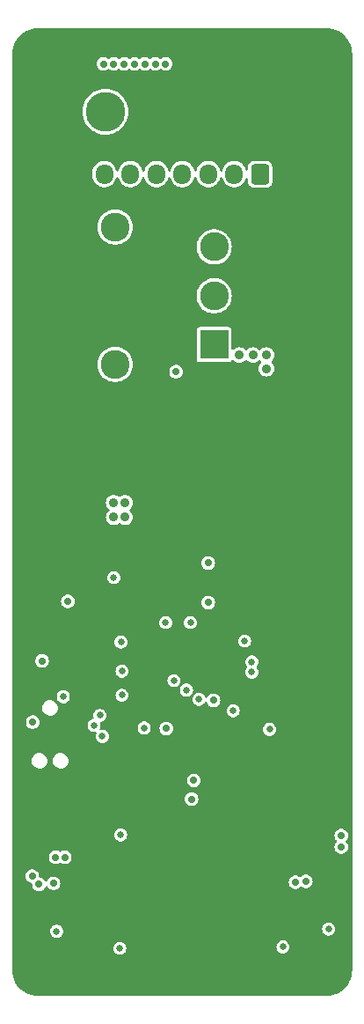
<source format=gbr>
%TF.GenerationSoftware,KiCad,Pcbnew,7.0.6*%
%TF.CreationDate,2024-05-08T12:01:16-04:00*%
%TF.ProjectId,ActiveImpactor_Power,41637469-7665-4496-9d70-6163746f725f,rev?*%
%TF.SameCoordinates,Original*%
%TF.FileFunction,Copper,L3,Inr*%
%TF.FilePolarity,Positive*%
%FSLAX46Y46*%
G04 Gerber Fmt 4.6, Leading zero omitted, Abs format (unit mm)*
G04 Created by KiCad (PCBNEW 7.0.6) date 2024-05-08 12:01:16*
%MOMM*%
%LPD*%
G01*
G04 APERTURE LIST*
G04 Aperture macros list*
%AMRoundRect*
0 Rectangle with rounded corners*
0 $1 Rounding radius*
0 $2 $3 $4 $5 $6 $7 $8 $9 X,Y pos of 4 corners*
0 Add a 4 corners polygon primitive as box body*
4,1,4,$2,$3,$4,$5,$6,$7,$8,$9,$2,$3,0*
0 Add four circle primitives for the rounded corners*
1,1,$1+$1,$2,$3*
1,1,$1+$1,$4,$5*
1,1,$1+$1,$6,$7*
1,1,$1+$1,$8,$9*
0 Add four rect primitives between the rounded corners*
20,1,$1+$1,$2,$3,$4,$5,0*
20,1,$1+$1,$4,$5,$6,$7,0*
20,1,$1+$1,$6,$7,$8,$9,0*
20,1,$1+$1,$8,$9,$2,$3,0*%
G04 Aperture macros list end*
%TA.AperFunction,ComponentPad*%
%ADD10R,2.775000X2.775000*%
%TD*%
%TA.AperFunction,ComponentPad*%
%ADD11C,2.775000*%
%TD*%
%TA.AperFunction,ComponentPad*%
%ADD12C,4.750000*%
%TD*%
%TA.AperFunction,ComponentPad*%
%ADD13C,0.600000*%
%TD*%
%TA.AperFunction,ComponentPad*%
%ADD14R,3.800000X3.800000*%
%TD*%
%TA.AperFunction,ComponentPad*%
%ADD15C,3.800000*%
%TD*%
%TA.AperFunction,ComponentPad*%
%ADD16RoundRect,0.250000X0.600000X0.725000X-0.600000X0.725000X-0.600000X-0.725000X0.600000X-0.725000X0*%
%TD*%
%TA.AperFunction,ComponentPad*%
%ADD17O,1.700000X1.950000*%
%TD*%
%TA.AperFunction,ViaPad*%
%ADD18C,0.700000*%
%TD*%
%TA.AperFunction,ViaPad*%
%ADD19C,0.900000*%
%TD*%
%TA.AperFunction,ViaPad*%
%ADD20C,0.650000*%
%TD*%
G04 APERTURE END LIST*
D10*
%TO.N,+BATT*%
%TO.C,SW101*%
X3065000Y16100000D03*
D11*
%TO.N,Net-(J101-Pin_2)*%
X3065000Y20800000D03*
%TO.N,Net-(J105-Pin_2)*%
X3065000Y25500000D03*
%TO.N,N/C*%
X-6465000Y14195000D03*
X-6465000Y27405000D03*
%TD*%
D12*
%TO.N,GND*%
%TO.C,H102*%
X-13890500Y44053000D03*
%TD*%
%TO.N,GND*%
%TO.C,H101*%
X13890500Y44053000D03*
%TD*%
D13*
%TO.N,GND*%
%TO.C,U101*%
X-750000Y8695000D03*
X-750000Y7495000D03*
X-750000Y6195000D03*
X-750000Y5095000D03*
X450000Y8695000D03*
X450000Y7495000D03*
X450000Y6195000D03*
X450000Y5095000D03*
%TD*%
D12*
%TO.N,GND*%
%TO.C,H104*%
X13890500Y-44053000D03*
%TD*%
%TO.N,GND*%
%TO.C,H103*%
X-13890500Y-44053000D03*
%TD*%
D14*
%TO.N,GND*%
%TO.C,J101*%
X-2400000Y38500000D03*
D15*
%TO.N,Net-(J101-Pin_2)*%
X-7400000Y38500000D03*
%TD*%
D16*
%TO.N,Net-(J102-Pin_1)*%
%TO.C,J102*%
X7500000Y32500000D03*
D17*
%TO.N,Net-(J102-Pin_2)*%
X5000000Y32500000D03*
%TO.N,Net-(J102-Pin_3)*%
X2500000Y32500000D03*
%TO.N,Net-(J102-Pin_4)*%
X0Y32500000D03*
%TO.N,Net-(J102-Pin_5)*%
X-2500000Y32500000D03*
%TO.N,Net-(J102-Pin_6)*%
X-5000000Y32500000D03*
%TO.N,Net-(J102-Pin_7)*%
X-7500000Y32500000D03*
%TD*%
D18*
%TO.N,GND*%
X-400000Y-31600000D03*
D19*
X-7200000Y-45800000D03*
D18*
X-2900000Y24650000D03*
D19*
X5900000Y-44500000D03*
X14100000Y-29500000D03*
D18*
X11800000Y-39600000D03*
X-15050000Y6700000D03*
X600000Y-2550000D03*
X-6000000Y-9400000D03*
X-14300000Y8650000D03*
X-8450000Y7150000D03*
X-14431310Y11482949D03*
X300000Y23550000D03*
D19*
X-3900000Y-42300000D03*
X-8500000Y-45800000D03*
X10000000Y28900000D03*
X6500000Y27600000D03*
D18*
X-14250000Y16850000D03*
D19*
X8500000Y-45800000D03*
D18*
X-13800000Y-7400000D03*
X2049500Y-39200000D03*
D19*
X5900000Y-45800000D03*
D18*
X-1800000Y-27900000D03*
X-13100000Y4200000D03*
X-13800000Y-1400000D03*
X1600000Y-32050000D03*
D19*
X-9800000Y-44500000D03*
X-3900000Y-41100000D03*
D18*
X-6031310Y23373450D03*
D19*
X-5900000Y-44500000D03*
X8500000Y-44500000D03*
D18*
X6000000Y-8300000D03*
D19*
X5100000Y3900000D03*
X6500000Y28900000D03*
D18*
X5900000Y24100000D03*
X-750000Y-5500000D03*
D19*
X4000000Y3900000D03*
X10000000Y27600000D03*
D18*
X14050000Y24600000D03*
X9500000Y-9000000D03*
X-13800000Y-4400000D03*
X-10400000Y-33200000D03*
X5500000Y22100000D03*
D19*
X-9800000Y-45800000D03*
D18*
X7150000Y-10450000D03*
D19*
X-5900000Y-45800000D03*
D18*
X-3500000Y17800000D03*
X-8500000Y-4500000D03*
D19*
X-2700000Y-41100000D03*
D18*
X-3400000Y-5500000D03*
X-8500000Y-5400000D03*
D19*
X9800000Y-45800000D03*
X7200000Y-44500000D03*
D18*
X-4000000Y26850000D03*
D19*
X6500000Y26300000D03*
D18*
X11500000Y22550000D03*
D19*
X13000000Y-29500000D03*
D18*
X-10850000Y6600000D03*
X3709266Y-19190734D03*
X-2700000Y15750000D03*
X8500000Y-17200000D03*
D19*
X10000000Y18200000D03*
D18*
X-10000000Y-14000000D03*
D19*
X14800000Y18200000D03*
D18*
X-11900000Y11800000D03*
D19*
X7200000Y-45800000D03*
X-12800000Y-26300000D03*
X-200000Y-500000D03*
D18*
X-7149500Y-20600000D03*
X-14500000Y-39700000D03*
D19*
X9800000Y-44500000D03*
D18*
X-13250000Y14200000D03*
D19*
X7300000Y3900000D03*
D18*
X-350000Y15750000D03*
X-6800000Y17750000D03*
X-9500000Y-7600000D03*
X-10600000Y-11900000D03*
X-9800000Y14100000D03*
D19*
X-2700000Y-42300000D03*
D18*
X-14400000Y-22600000D03*
X2650000Y-950000D03*
X-5550000Y6050000D03*
X10500000Y-9000000D03*
X-14649500Y-14200000D03*
X9800000Y-2000000D03*
X-14500000Y1550000D03*
D19*
X10000000Y14000000D03*
X14800000Y14000000D03*
D18*
X14100000Y21250000D03*
D19*
X12500000Y14000000D03*
X10000000Y26300000D03*
X14800000Y16100000D03*
X10000000Y16100000D03*
D18*
X-13800000Y-2900000D03*
X-14600000Y-8800000D03*
D19*
X6200000Y3900000D03*
D18*
X-4600000Y-3000000D03*
D19*
X-7200000Y-44500000D03*
X12500000Y18200000D03*
D18*
X-9400000Y27150000D03*
X15300000Y-33300000D03*
X-1200000Y26500000D03*
X10450000Y24300000D03*
X9200000Y-11200000D03*
D19*
X1100000Y800000D03*
X-14000000Y-26300000D03*
X-200000Y800000D03*
D18*
X-6600000Y-10900000D03*
X-343611Y18064232D03*
X-10000000Y-16709500D03*
D19*
X-8500000Y-44500000D03*
D18*
X-6150000Y3700000D03*
%TO.N,Net-(D101-K)*%
X-600000Y13500000D03*
D19*
%TO.N,+5V*%
X-6600000Y900000D03*
X-5500000Y900000D03*
X-6600000Y-500000D03*
X-5500000Y-500000D03*
D18*
%TO.N,/Microcontroller/ADC_CURRENT*%
X900000Y-27600000D03*
X-1550000Y-20800000D03*
%TO.N,+3.3V*%
X2500000Y-8700000D03*
X3000000Y-18100000D03*
X1100000Y-25800000D03*
X-13500000Y-14309500D03*
X-11025000Y-8583911D03*
D20*
X-3674500Y-20754454D03*
D18*
X2500000Y-4900000D03*
X-14400000Y-20200000D03*
%TO.N,+12V*%
X15300000Y-32200000D03*
X-12200000Y-33200000D03*
D19*
X8100000Y13800000D03*
X8100000Y15100000D03*
X6800000Y15100000D03*
D18*
X-11300000Y-33200000D03*
D19*
X5500000Y15100000D03*
D18*
X15300000Y-31100000D03*
%TO.N,Net-(D302-A)*%
X-12400000Y-35700000D03*
D20*
X-5933009Y-31033009D03*
%TO.N,Net-(D303-A)*%
X-12100000Y-40300000D03*
X-6020793Y-41948296D03*
%TO.N,Net-(D309-A)*%
X14100000Y-40100000D03*
X9696915Y-41812738D03*
D18*
%TO.N,Net-(J102-Pin_1)*%
X-1600000Y43100000D03*
%TO.N,Net-(J102-Pin_2)*%
X-2600000Y43100000D03*
%TO.N,Net-(J102-Pin_3)*%
X-3600000Y43100000D03*
%TO.N,Net-(J102-Pin_4)*%
X-4600000Y43100000D03*
%TO.N,Net-(J102-Pin_5)*%
X-5600000Y43100000D03*
%TO.N,Net-(J102-Pin_6)*%
X-6600000Y43100000D03*
%TO.N,Net-(J102-Pin_7)*%
X-7600000Y43100000D03*
D20*
%TO.N,Net-(J106-Pin_2)*%
X6700000Y-15400000D03*
%TO.N,Net-(J106-Pin_3)*%
X6700000Y-14400000D03*
%TO.N,/Microcontroller/MISO*%
X400000Y-17100000D03*
%TO.N,/Microcontroller/MOSI*%
X-800000Y-16200000D03*
%TO.N,/Microcontroller/CLK*%
X1600000Y-18000000D03*
%TO.N,/Microcontroller/CS*%
X4900000Y-19100000D03*
%TO.N,/Microcontroller/BOOT0*%
X-11458411Y-17758411D03*
X-6600000Y-6300000D03*
D18*
%TO.N,/H-Bridge/COIL_EN*%
X10900000Y-35600000D03*
X-14449500Y-35000000D03*
D20*
X-7700000Y-21571636D03*
X8400000Y-20900000D03*
%TO.N,/Microcontroller/SWD_SWCLK*%
X-5800000Y-15300000D03*
X-8500000Y-20500000D03*
%TO.N,/Microcontroller/SWD_SWDIO*%
X777345Y-10625500D03*
X-1600000Y-10625500D03*
%TO.N,/Microcontroller/SWD_SWO*%
X-7930420Y-19547242D03*
X-5900000Y-12500000D03*
D18*
%TO.N,/H-Bridge/COIL_PWM1*%
X-13800000Y-35800000D03*
D20*
X-5800000Y-17600000D03*
%TO.N,/H-Bridge/COIL_PWM2*%
X6000000Y-12400000D03*
D18*
X11900000Y-35499500D03*
%TD*%
%TA.AperFunction,Conductor*%
%TO.N,GND*%
G36*
X13892366Y46530887D02*
G01*
X14185443Y46513159D01*
X14192882Y46512255D01*
X14479834Y46459669D01*
X14487110Y46457876D01*
X14765623Y46371088D01*
X14772629Y46368430D01*
X15038661Y46248700D01*
X15045296Y46245217D01*
X15294951Y46094295D01*
X15301119Y46090039D01*
X15530766Y45910122D01*
X15536375Y45905153D01*
X15742653Y45698875D01*
X15747622Y45693266D01*
X15927539Y45463619D01*
X15931795Y45457451D01*
X16082717Y45207796D01*
X16086200Y45201161D01*
X16205930Y44935129D01*
X16208588Y44928123D01*
X16295376Y44649610D01*
X16297169Y44642334D01*
X16349755Y44355382D01*
X16350659Y44347943D01*
X16368387Y44054866D01*
X16368500Y44051122D01*
X16368500Y-44051122D01*
X16368387Y-44054866D01*
X16350659Y-44347943D01*
X16349755Y-44355382D01*
X16297169Y-44642334D01*
X16295376Y-44649610D01*
X16208588Y-44928123D01*
X16205930Y-44935129D01*
X16086200Y-45201161D01*
X16082717Y-45207796D01*
X15931795Y-45457451D01*
X15927539Y-45463619D01*
X15747622Y-45693266D01*
X15742653Y-45698875D01*
X15536375Y-45905153D01*
X15530766Y-45910122D01*
X15301119Y-46090039D01*
X15294951Y-46094295D01*
X15045296Y-46245217D01*
X15038661Y-46248700D01*
X14772629Y-46368430D01*
X14765623Y-46371088D01*
X14487110Y-46457876D01*
X14479834Y-46459669D01*
X14192882Y-46512255D01*
X14185443Y-46513159D01*
X13892366Y-46530887D01*
X13888622Y-46531000D01*
X-13888622Y-46531000D01*
X-13892367Y-46530887D01*
X-14185444Y-46513157D01*
X-14192883Y-46512254D01*
X-14479833Y-46459670D01*
X-14487109Y-46457876D01*
X-14765623Y-46371088D01*
X-14772629Y-46368430D01*
X-15038661Y-46248700D01*
X-15045296Y-46245217D01*
X-15294951Y-46094295D01*
X-15301119Y-46090038D01*
X-15530766Y-45910121D01*
X-15536375Y-45905152D01*
X-15742652Y-45698875D01*
X-15747621Y-45693266D01*
X-15927538Y-45463619D01*
X-15931795Y-45457451D01*
X-16082717Y-45207796D01*
X-16086200Y-45201161D01*
X-16205930Y-44935129D01*
X-16208588Y-44928123D01*
X-16295376Y-44649609D01*
X-16297170Y-44642333D01*
X-16349754Y-44355383D01*
X-16350657Y-44347944D01*
X-16368387Y-44054867D01*
X-16368500Y-44051122D01*
X-16368500Y-41948296D01*
X-6650887Y-41948296D01*
X-6632578Y-42099087D01*
X-6578714Y-42241115D01*
X-6492425Y-42366126D01*
X-6378727Y-42466853D01*
X-6244227Y-42537444D01*
X-6145903Y-42561678D01*
X-6096743Y-42573796D01*
X-6096742Y-42573796D01*
X-5944843Y-42573796D01*
X-5871101Y-42555620D01*
X-5797359Y-42537444D01*
X-5662859Y-42466853D01*
X-5549161Y-42366126D01*
X-5462872Y-42241115D01*
X-5409008Y-42099087D01*
X-5390699Y-41948296D01*
X-5407158Y-41812738D01*
X9066821Y-41812738D01*
X9085130Y-41963529D01*
X9138994Y-42105557D01*
X9225283Y-42230568D01*
X9338981Y-42331295D01*
X9473481Y-42401886D01*
X9547223Y-42420062D01*
X9620965Y-42438238D01*
X9620966Y-42438238D01*
X9772865Y-42438238D01*
X9822025Y-42426120D01*
X9920349Y-42401886D01*
X10054849Y-42331295D01*
X10168547Y-42230568D01*
X10254836Y-42105557D01*
X10308700Y-41963529D01*
X10327009Y-41812738D01*
X10308700Y-41661947D01*
X10254836Y-41519919D01*
X10168547Y-41394908D01*
X10054849Y-41294181D01*
X9920349Y-41223590D01*
X9920348Y-41223589D01*
X9920347Y-41223589D01*
X9772865Y-41187238D01*
X9772864Y-41187238D01*
X9620966Y-41187238D01*
X9620965Y-41187238D01*
X9473482Y-41223589D01*
X9338982Y-41294180D01*
X9225282Y-41394909D01*
X9138995Y-41519917D01*
X9138994Y-41519918D01*
X9087584Y-41655477D01*
X9085130Y-41661947D01*
X9066821Y-41812738D01*
X-5407158Y-41812738D01*
X-5409008Y-41797505D01*
X-5460418Y-41661946D01*
X-5462872Y-41655476D01*
X-5462873Y-41655475D01*
X-5549160Y-41530467D01*
X-5561069Y-41519917D01*
X-5662859Y-41429739D01*
X-5662858Y-41429739D01*
X-5662860Y-41429738D01*
X-5797360Y-41359147D01*
X-5944843Y-41322796D01*
X-5944844Y-41322796D01*
X-6096742Y-41322796D01*
X-6096743Y-41322796D01*
X-6244225Y-41359147D01*
X-6244226Y-41359147D01*
X-6244227Y-41359148D01*
X-6378727Y-41429739D01*
X-6492425Y-41530466D01*
X-6578714Y-41655477D01*
X-6632578Y-41797505D01*
X-6650887Y-41948296D01*
X-16368500Y-41948296D01*
X-16368500Y-40300000D01*
X-12730094Y-40300000D01*
X-12711785Y-40450791D01*
X-12657921Y-40592819D01*
X-12571632Y-40717830D01*
X-12457934Y-40818557D01*
X-12323434Y-40889148D01*
X-12225110Y-40913382D01*
X-12175950Y-40925500D01*
X-12175949Y-40925500D01*
X-12024050Y-40925500D01*
X-11950308Y-40907324D01*
X-11876566Y-40889148D01*
X-11742066Y-40818557D01*
X-11628368Y-40717830D01*
X-11542079Y-40592819D01*
X-11488215Y-40450791D01*
X-11469906Y-40300000D01*
X-11488215Y-40149209D01*
X-11506877Y-40100000D01*
X13469906Y-40100000D01*
X13488215Y-40250791D01*
X13542079Y-40392819D01*
X13628368Y-40517830D01*
X13742066Y-40618557D01*
X13876566Y-40689148D01*
X13950308Y-40707324D01*
X14024050Y-40725500D01*
X14024051Y-40725500D01*
X14175950Y-40725500D01*
X14225110Y-40713382D01*
X14323434Y-40689148D01*
X14457934Y-40618557D01*
X14571632Y-40517830D01*
X14657921Y-40392819D01*
X14711785Y-40250791D01*
X14730094Y-40100000D01*
X14711785Y-39949209D01*
X14657921Y-39807181D01*
X14571632Y-39682170D01*
X14457934Y-39581443D01*
X14323434Y-39510852D01*
X14323433Y-39510851D01*
X14323432Y-39510851D01*
X14175950Y-39474500D01*
X14175949Y-39474500D01*
X14024051Y-39474500D01*
X14024050Y-39474500D01*
X13876567Y-39510851D01*
X13742067Y-39581442D01*
X13628367Y-39682171D01*
X13542080Y-39807179D01*
X13542079Y-39807180D01*
X13542079Y-39807181D01*
X13488215Y-39949209D01*
X13469906Y-40100000D01*
X-11506877Y-40100000D01*
X-11542079Y-40007181D01*
X-11542079Y-40007180D01*
X-11542080Y-40007179D01*
X-11628367Y-39882171D01*
X-11742067Y-39781442D01*
X-11876567Y-39710851D01*
X-12024050Y-39674500D01*
X-12024051Y-39674500D01*
X-12175949Y-39674500D01*
X-12175950Y-39674500D01*
X-12323432Y-39710851D01*
X-12323433Y-39710851D01*
X-12323434Y-39710852D01*
X-12457934Y-39781443D01*
X-12571632Y-39882170D01*
X-12657921Y-40007181D01*
X-12711785Y-40149209D01*
X-12730094Y-40300000D01*
X-16368500Y-40300000D01*
X-16368500Y-35000000D01*
X-15104778Y-35000000D01*
X-15085737Y-35156818D01*
X-15029720Y-35304523D01*
X-14939983Y-35434530D01*
X-14821740Y-35539283D01*
X-14681865Y-35612696D01*
X-14546440Y-35646074D01*
X-14486062Y-35681228D01*
X-14454273Y-35743447D01*
X-14453021Y-35781412D01*
X-14455278Y-35800000D01*
X-14436237Y-35956818D01*
X-14380220Y-36104523D01*
X-14290483Y-36234530D01*
X-14172240Y-36339283D01*
X-14032365Y-36412696D01*
X-13878985Y-36450500D01*
X-13721014Y-36450500D01*
X-13567634Y-36412696D01*
X-13427762Y-36339284D01*
X-13427760Y-36339283D01*
X-13309517Y-36234530D01*
X-13219780Y-36104523D01*
X-13194134Y-36036900D01*
X-13151956Y-35981197D01*
X-13086358Y-35957140D01*
X-13018168Y-35972367D01*
X-12976142Y-36010430D01*
X-12890483Y-36134530D01*
X-12772240Y-36239283D01*
X-12632365Y-36312696D01*
X-12478985Y-36350500D01*
X-12321014Y-36350500D01*
X-12167634Y-36312696D01*
X-12027762Y-36239284D01*
X-12027760Y-36239283D01*
X-11909517Y-36134530D01*
X-11819780Y-36004523D01*
X-11819780Y-36004522D01*
X-11763762Y-35856818D01*
X-11744722Y-35700000D01*
X-11744722Y-35699999D01*
X-11756863Y-35600000D01*
X10244722Y-35600000D01*
X10263762Y-35756818D01*
X10301688Y-35856818D01*
X10319780Y-35904523D01*
X10409517Y-36034530D01*
X10527760Y-36139283D01*
X10527762Y-36139284D01*
X10667634Y-36212696D01*
X10821014Y-36250500D01*
X10821015Y-36250500D01*
X10978985Y-36250500D01*
X11132365Y-36212696D01*
X11272237Y-36139285D01*
X11272238Y-36139283D01*
X11272240Y-36139283D01*
X11375187Y-36048080D01*
X11438419Y-36018360D01*
X11507683Y-36027544D01*
X11527431Y-36038610D01*
X11527759Y-36038782D01*
X11527760Y-36038783D01*
X11545476Y-36048081D01*
X11667634Y-36112196D01*
X11821014Y-36150000D01*
X11821015Y-36150000D01*
X11978985Y-36150000D01*
X12132365Y-36112196D01*
X12272240Y-36038783D01*
X12390483Y-35934030D01*
X12480220Y-35804023D01*
X12536237Y-35656318D01*
X12555278Y-35499500D01*
X12542648Y-35395477D01*
X12536237Y-35342681D01*
X12505151Y-35260715D01*
X12480220Y-35194977D01*
X12390483Y-35064970D01*
X12272240Y-34960217D01*
X12272238Y-34960216D01*
X12272237Y-34960215D01*
X12132365Y-34886803D01*
X11978986Y-34849000D01*
X11978985Y-34849000D01*
X11821015Y-34849000D01*
X11821014Y-34849000D01*
X11667634Y-34886803D01*
X11527761Y-34960215D01*
X11527759Y-34960217D01*
X11424812Y-35051418D01*
X11361578Y-35081139D01*
X11292315Y-35071955D01*
X11272572Y-35060890D01*
X11132365Y-34987303D01*
X10978986Y-34949500D01*
X10978985Y-34949500D01*
X10821015Y-34949500D01*
X10821014Y-34949500D01*
X10667634Y-34987303D01*
X10527762Y-35060715D01*
X10409516Y-35165471D01*
X10319781Y-35295475D01*
X10319780Y-35295476D01*
X10263762Y-35443181D01*
X10244722Y-35599999D01*
X10244722Y-35600000D01*
X-11756863Y-35600000D01*
X-11763762Y-35543181D01*
X-11819780Y-35395476D01*
X-11819781Y-35395475D01*
X-11909516Y-35265471D01*
X-12027762Y-35160715D01*
X-12167634Y-35087303D01*
X-12321014Y-35049500D01*
X-12321015Y-35049500D01*
X-12478985Y-35049500D01*
X-12478986Y-35049500D01*
X-12632365Y-35087303D01*
X-12772237Y-35160715D01*
X-12772238Y-35160716D01*
X-12772240Y-35160717D01*
X-12890483Y-35265470D01*
X-12980220Y-35395477D01*
X-13005866Y-35463100D01*
X-13048043Y-35518801D01*
X-13113640Y-35542859D01*
X-13181830Y-35527632D01*
X-13223856Y-35489569D01*
X-13309515Y-35365471D01*
X-13427762Y-35260715D01*
X-13567633Y-35187304D01*
X-13703057Y-35153926D01*
X-13763437Y-35118770D01*
X-13795226Y-35056551D01*
X-13796478Y-35018585D01*
X-13794222Y-35000002D01*
X-13794222Y-34999999D01*
X-13813262Y-34843181D01*
X-13869280Y-34695476D01*
X-13869281Y-34695475D01*
X-13959016Y-34565471D01*
X-14077262Y-34460715D01*
X-14217134Y-34387303D01*
X-14370514Y-34349500D01*
X-14370515Y-34349500D01*
X-14528485Y-34349500D01*
X-14528486Y-34349500D01*
X-14681865Y-34387303D01*
X-14821737Y-34460715D01*
X-14821738Y-34460716D01*
X-14821740Y-34460717D01*
X-14939983Y-34565470D01*
X-15029720Y-34695477D01*
X-15064492Y-34787163D01*
X-15085737Y-34843181D01*
X-15103236Y-34987304D01*
X-15104778Y-35000000D01*
X-16368500Y-35000000D01*
X-16368500Y-33200000D01*
X-12855278Y-33200000D01*
X-12836237Y-33356818D01*
X-12780220Y-33504523D01*
X-12690483Y-33634530D01*
X-12572240Y-33739283D01*
X-12432365Y-33812696D01*
X-12278985Y-33850500D01*
X-12121014Y-33850500D01*
X-11967634Y-33812696D01*
X-11827761Y-33739284D01*
X-11821588Y-33735023D01*
X-11819906Y-33737458D01*
X-11769045Y-33713526D01*
X-11699777Y-33722681D01*
X-11679075Y-33735984D01*
X-11678412Y-33735023D01*
X-11672241Y-33739281D01*
X-11672240Y-33739283D01*
X-11532365Y-33812696D01*
X-11378985Y-33850500D01*
X-11221014Y-33850500D01*
X-11067634Y-33812696D01*
X-10927762Y-33739284D01*
X-10927760Y-33739283D01*
X-10809517Y-33634530D01*
X-10719780Y-33504523D01*
X-10719780Y-33504522D01*
X-10663762Y-33356818D01*
X-10644722Y-33200000D01*
X-10644722Y-33199999D01*
X-10663762Y-33043181D01*
X-10719780Y-32895476D01*
X-10719781Y-32895475D01*
X-10809516Y-32765471D01*
X-10927762Y-32660715D01*
X-11067634Y-32587303D01*
X-11221014Y-32549500D01*
X-11221015Y-32549500D01*
X-11378985Y-32549500D01*
X-11378986Y-32549500D01*
X-11532365Y-32587303D01*
X-11672238Y-32660715D01*
X-11678412Y-32664977D01*
X-11680092Y-32662542D01*
X-11730961Y-32686474D01*
X-11800228Y-32677315D01*
X-11820928Y-32664023D01*
X-11821587Y-32664978D01*
X-11827764Y-32660714D01*
X-11967634Y-32587303D01*
X-12121014Y-32549500D01*
X-12121015Y-32549500D01*
X-12278985Y-32549500D01*
X-12278986Y-32549500D01*
X-12432365Y-32587303D01*
X-12572237Y-32660715D01*
X-12572238Y-32660716D01*
X-12572240Y-32660717D01*
X-12690483Y-32765470D01*
X-12780220Y-32895477D01*
X-12836237Y-33043182D01*
X-12855278Y-33200000D01*
X-16368500Y-33200000D01*
X-16368500Y-32200000D01*
X14644722Y-32200000D01*
X14663762Y-32356818D01*
X14719779Y-32504522D01*
X14719780Y-32504523D01*
X14809517Y-32634530D01*
X14927760Y-32739283D01*
X14927762Y-32739284D01*
X15067634Y-32812696D01*
X15221014Y-32850500D01*
X15221015Y-32850500D01*
X15378985Y-32850500D01*
X15532365Y-32812696D01*
X15672240Y-32739283D01*
X15790483Y-32634530D01*
X15880220Y-32504523D01*
X15936237Y-32356818D01*
X15955278Y-32200000D01*
X15936237Y-32043182D01*
X15880220Y-31895477D01*
X15790483Y-31765470D01*
X15764910Y-31742814D01*
X15727785Y-31683627D01*
X15728552Y-31613761D01*
X15764910Y-31557185D01*
X15790483Y-31534530D01*
X15880220Y-31404523D01*
X15936237Y-31256818D01*
X15955278Y-31100000D01*
X15936237Y-30943182D01*
X15880220Y-30795477D01*
X15790483Y-30665470D01*
X15672240Y-30560717D01*
X15672238Y-30560716D01*
X15672237Y-30560715D01*
X15532365Y-30487303D01*
X15378986Y-30449500D01*
X15378985Y-30449500D01*
X15221015Y-30449500D01*
X15221014Y-30449500D01*
X15067634Y-30487303D01*
X14927762Y-30560715D01*
X14809516Y-30665471D01*
X14719781Y-30795475D01*
X14719780Y-30795476D01*
X14663762Y-30943181D01*
X14644722Y-31099999D01*
X14644722Y-31100000D01*
X14663762Y-31256818D01*
X14719780Y-31404523D01*
X14719781Y-31404524D01*
X14809516Y-31534529D01*
X14835089Y-31557185D01*
X14872215Y-31616375D01*
X14871447Y-31686241D01*
X14835089Y-31742815D01*
X14809516Y-31765470D01*
X14719781Y-31895475D01*
X14719780Y-31895476D01*
X14663762Y-32043181D01*
X14644722Y-32199999D01*
X14644722Y-32200000D01*
X-16368500Y-32200000D01*
X-16368500Y-31033009D01*
X-6563103Y-31033009D01*
X-6544794Y-31183800D01*
X-6490930Y-31325828D01*
X-6404641Y-31450839D01*
X-6290943Y-31551566D01*
X-6156443Y-31622157D01*
X-6086960Y-31639283D01*
X-6008959Y-31658509D01*
X-6008958Y-31658509D01*
X-5857059Y-31658509D01*
X-5779058Y-31639283D01*
X-5709575Y-31622157D01*
X-5575075Y-31551566D01*
X-5461377Y-31450839D01*
X-5375088Y-31325828D01*
X-5321224Y-31183800D01*
X-5302915Y-31033009D01*
X-5321224Y-30882218D01*
X-5354120Y-30795476D01*
X-5375088Y-30740189D01*
X-5375089Y-30740188D01*
X-5461376Y-30615180D01*
X-5575076Y-30514451D01*
X-5709576Y-30443860D01*
X-5857059Y-30407509D01*
X-5857060Y-30407509D01*
X-6008958Y-30407509D01*
X-6008959Y-30407509D01*
X-6156441Y-30443860D01*
X-6156442Y-30443860D01*
X-6156443Y-30443861D01*
X-6290943Y-30514452D01*
X-6404641Y-30615179D01*
X-6490930Y-30740190D01*
X-6544794Y-30882218D01*
X-6563103Y-31033009D01*
X-16368500Y-31033009D01*
X-16368500Y-27600000D01*
X244722Y-27600000D01*
X263762Y-27756818D01*
X319779Y-27904523D01*
X319780Y-27904523D01*
X409517Y-28034530D01*
X527760Y-28139283D01*
X527762Y-28139284D01*
X667634Y-28212696D01*
X821014Y-28250500D01*
X821015Y-28250500D01*
X978985Y-28250500D01*
X1132365Y-28212696D01*
X1132364Y-28212696D01*
X1272240Y-28139283D01*
X1390483Y-28034530D01*
X1480220Y-27904523D01*
X1536237Y-27756818D01*
X1555278Y-27600000D01*
X1536237Y-27443182D01*
X1480220Y-27295477D01*
X1390483Y-27165470D01*
X1272240Y-27060717D01*
X1272238Y-27060716D01*
X1272237Y-27060715D01*
X1132365Y-26987303D01*
X978986Y-26949500D01*
X978985Y-26949500D01*
X821015Y-26949500D01*
X821014Y-26949500D01*
X667634Y-26987303D01*
X527762Y-27060715D01*
X409516Y-27165471D01*
X319781Y-27295475D01*
X319780Y-27295476D01*
X263762Y-27443181D01*
X244722Y-27599999D01*
X244722Y-27600000D01*
X-16368500Y-27600000D01*
X-16368500Y-25800000D01*
X444722Y-25800000D01*
X463762Y-25956818D01*
X519779Y-26104523D01*
X519780Y-26104523D01*
X609517Y-26234530D01*
X727760Y-26339283D01*
X727762Y-26339284D01*
X867634Y-26412696D01*
X1021014Y-26450500D01*
X1021015Y-26450500D01*
X1178985Y-26450500D01*
X1332365Y-26412696D01*
X1332364Y-26412696D01*
X1472240Y-26339283D01*
X1590483Y-26234530D01*
X1680220Y-26104523D01*
X1736237Y-25956818D01*
X1755278Y-25800000D01*
X1736237Y-25643182D01*
X1680220Y-25495477D01*
X1590483Y-25365470D01*
X1472240Y-25260717D01*
X1472238Y-25260716D01*
X1472237Y-25260715D01*
X1332365Y-25187303D01*
X1178986Y-25149500D01*
X1178985Y-25149500D01*
X1021015Y-25149500D01*
X1021014Y-25149500D01*
X867634Y-25187303D01*
X727762Y-25260715D01*
X609516Y-25365471D01*
X519781Y-25495475D01*
X519780Y-25495476D01*
X463762Y-25643181D01*
X444722Y-25799999D01*
X444722Y-25800000D01*
X-16368500Y-25800000D01*
X-16368500Y-23953660D01*
X-14500607Y-23953660D01*
X-14470332Y-24125354D01*
X-14401279Y-24285438D01*
X-14297168Y-24425283D01*
X-14163614Y-24537349D01*
X-14007815Y-24615594D01*
X-13838171Y-24655800D01*
X-13838169Y-24655800D01*
X-13707571Y-24655800D01*
X-13707564Y-24655800D01*
X-13577836Y-24640637D01*
X-13414007Y-24581008D01*
X-13408504Y-24577388D01*
X-13268348Y-24485207D01*
X-13268347Y-24485206D01*
X-13148706Y-24358396D01*
X-13148704Y-24358393D01*
X-13061533Y-24207407D01*
X-13011531Y-24040388D01*
X-13011530Y-24040383D01*
X-13006479Y-23953660D01*
X-12468607Y-23953660D01*
X-12438332Y-24125354D01*
X-12369279Y-24285438D01*
X-12265168Y-24425283D01*
X-12131614Y-24537349D01*
X-11975815Y-24615594D01*
X-11806171Y-24655800D01*
X-11806169Y-24655800D01*
X-11675571Y-24655800D01*
X-11675564Y-24655800D01*
X-11545836Y-24640637D01*
X-11382007Y-24581008D01*
X-11376504Y-24577388D01*
X-11236348Y-24485207D01*
X-11236347Y-24485206D01*
X-11116706Y-24358396D01*
X-11116704Y-24358393D01*
X-11029533Y-24207407D01*
X-10979531Y-24040388D01*
X-10979530Y-24040383D01*
X-10969393Y-23866340D01*
X-10999667Y-23694650D01*
X-10999668Y-23694647D01*
X-11068721Y-23534562D01*
X-11068724Y-23534556D01*
X-11172832Y-23394716D01*
X-11306385Y-23282651D01*
X-11306387Y-23282650D01*
X-11462181Y-23204407D01*
X-11462185Y-23204406D01*
X-11631829Y-23164200D01*
X-11762436Y-23164200D01*
X-11892164Y-23179362D01*
X-11892164Y-23179363D01*
X-11892167Y-23179364D01*
X-12055991Y-23238991D01*
X-12055995Y-23238993D01*
X-12201651Y-23334792D01*
X-12201652Y-23334793D01*
X-12321293Y-23461603D01*
X-12321293Y-23461604D01*
X-12321296Y-23461607D01*
X-12408467Y-23612593D01*
X-12458469Y-23779612D01*
X-12468607Y-23953660D01*
X-13006479Y-23953660D01*
X-13001393Y-23866340D01*
X-13031667Y-23694650D01*
X-13031668Y-23694647D01*
X-13100721Y-23534562D01*
X-13100724Y-23534556D01*
X-13204832Y-23394716D01*
X-13338385Y-23282651D01*
X-13338387Y-23282650D01*
X-13494181Y-23204407D01*
X-13494185Y-23204406D01*
X-13663829Y-23164200D01*
X-13794436Y-23164200D01*
X-13924164Y-23179362D01*
X-13924164Y-23179363D01*
X-13924167Y-23179364D01*
X-14087991Y-23238991D01*
X-14087995Y-23238993D01*
X-14233651Y-23334792D01*
X-14233652Y-23334793D01*
X-14353293Y-23461603D01*
X-14353293Y-23461604D01*
X-14353296Y-23461607D01*
X-14440467Y-23612593D01*
X-14490469Y-23779612D01*
X-14500607Y-23953660D01*
X-16368500Y-23953660D01*
X-16368500Y-20200000D01*
X-15055278Y-20200000D01*
X-15036237Y-20356818D01*
X-14980220Y-20504523D01*
X-14890483Y-20634530D01*
X-14772240Y-20739283D01*
X-14632365Y-20812696D01*
X-14478985Y-20850500D01*
X-14321014Y-20850500D01*
X-14167634Y-20812696D01*
X-14027762Y-20739284D01*
X-14027760Y-20739283D01*
X-13909517Y-20634530D01*
X-13819780Y-20504523D01*
X-13818065Y-20500000D01*
X-9130094Y-20500000D01*
X-9111785Y-20650791D01*
X-9057921Y-20792819D01*
X-8971632Y-20917830D01*
X-8857934Y-21018557D01*
X-8723434Y-21089148D01*
X-8661051Y-21104524D01*
X-8575950Y-21125500D01*
X-8575949Y-21125500D01*
X-8424050Y-21125500D01*
X-8406045Y-21121062D01*
X-8336243Y-21124131D01*
X-8279181Y-21164451D01*
X-8252975Y-21229220D01*
X-8260427Y-21285425D01*
X-8311785Y-21420845D01*
X-8330094Y-21571636D01*
X-8311785Y-21722427D01*
X-8257921Y-21864455D01*
X-8171632Y-21989466D01*
X-8057934Y-22090193D01*
X-7923434Y-22160784D01*
X-7825110Y-22185018D01*
X-7775950Y-22197136D01*
X-7775949Y-22197136D01*
X-7624050Y-22197136D01*
X-7550308Y-22178960D01*
X-7476566Y-22160784D01*
X-7342066Y-22090193D01*
X-7228368Y-21989466D01*
X-7142079Y-21864455D01*
X-7088215Y-21722427D01*
X-7069906Y-21571636D01*
X-7088215Y-21420845D01*
X-7089082Y-21418557D01*
X-7142079Y-21278816D01*
X-7142080Y-21278815D01*
X-7228367Y-21153807D01*
X-7342067Y-21053078D01*
X-7476567Y-20982487D01*
X-7624050Y-20946136D01*
X-7624051Y-20946136D01*
X-7775949Y-20946136D01*
X-7793957Y-20950574D01*
X-7863759Y-20947503D01*
X-7920820Y-20907182D01*
X-7947024Y-20842412D01*
X-7939571Y-20786205D01*
X-7927529Y-20754454D01*
X-4304594Y-20754454D01*
X-4286285Y-20905245D01*
X-4232421Y-21047273D01*
X-4146132Y-21172284D01*
X-4032434Y-21273011D01*
X-3897934Y-21343602D01*
X-3799610Y-21367836D01*
X-3750450Y-21379954D01*
X-3750449Y-21379954D01*
X-3598550Y-21379954D01*
X-3524808Y-21361778D01*
X-3451066Y-21343602D01*
X-3316566Y-21273011D01*
X-3202868Y-21172284D01*
X-3116579Y-21047273D01*
X-3062715Y-20905245D01*
X-3049936Y-20800000D01*
X-2205278Y-20800000D01*
X-2186237Y-20956818D01*
X-2130220Y-21104523D01*
X-2040483Y-21234530D01*
X-1922240Y-21339283D01*
X-1782365Y-21412696D01*
X-1628985Y-21450500D01*
X-1471014Y-21450500D01*
X-1317634Y-21412696D01*
X-1177762Y-21339284D01*
X-1177760Y-21339283D01*
X-1059517Y-21234530D01*
X-969780Y-21104523D01*
X-950270Y-21053079D01*
X-913762Y-20956818D01*
X-906863Y-20900000D01*
X7769906Y-20900000D01*
X7788215Y-21050791D01*
X7842079Y-21192819D01*
X7928368Y-21317830D01*
X8042066Y-21418557D01*
X8176566Y-21489148D01*
X8250308Y-21507324D01*
X8324050Y-21525500D01*
X8324051Y-21525500D01*
X8475950Y-21525500D01*
X8525110Y-21513382D01*
X8623434Y-21489148D01*
X8757934Y-21418557D01*
X8871632Y-21317830D01*
X8957921Y-21192819D01*
X9011785Y-21050791D01*
X9030094Y-20900000D01*
X9011785Y-20749209D01*
X8957921Y-20607181D01*
X8871632Y-20482170D01*
X8757934Y-20381443D01*
X8623434Y-20310852D01*
X8623433Y-20310851D01*
X8623432Y-20310851D01*
X8475950Y-20274500D01*
X8475949Y-20274500D01*
X8324051Y-20274500D01*
X8324050Y-20274500D01*
X8176567Y-20310851D01*
X8042067Y-20381442D01*
X8042065Y-20381443D01*
X8042066Y-20381443D01*
X7951549Y-20461634D01*
X7928367Y-20482171D01*
X7842080Y-20607179D01*
X7842079Y-20607180D01*
X7828426Y-20643182D01*
X7788215Y-20749209D01*
X7769906Y-20900000D01*
X-906863Y-20900000D01*
X-894722Y-20800000D01*
X-894722Y-20799999D01*
X-913762Y-20643181D01*
X-969780Y-20495476D01*
X-969781Y-20495475D01*
X-1059516Y-20365471D01*
X-1177762Y-20260715D01*
X-1317634Y-20187303D01*
X-1471014Y-20149500D01*
X-1471015Y-20149500D01*
X-1628985Y-20149500D01*
X-1628986Y-20149500D01*
X-1782365Y-20187303D01*
X-1922237Y-20260715D01*
X-1922238Y-20260716D01*
X-1922240Y-20260717D01*
X-2040483Y-20365470D01*
X-2130220Y-20495477D01*
X-2133651Y-20504524D01*
X-2171249Y-20603663D01*
X-2186237Y-20643182D01*
X-2205278Y-20800000D01*
X-3049936Y-20800000D01*
X-3044406Y-20754454D01*
X-3062715Y-20603663D01*
X-3100313Y-20504523D01*
X-3116579Y-20461634D01*
X-3116580Y-20461633D01*
X-3202867Y-20336625D01*
X-3316567Y-20235896D01*
X-3451067Y-20165305D01*
X-3598550Y-20128954D01*
X-3598551Y-20128954D01*
X-3750449Y-20128954D01*
X-3750450Y-20128954D01*
X-3897932Y-20165305D01*
X-3897933Y-20165305D01*
X-3897934Y-20165306D01*
X-4032434Y-20235897D01*
X-4146132Y-20336624D01*
X-4232421Y-20461635D01*
X-4286285Y-20603663D01*
X-4304594Y-20754454D01*
X-7927529Y-20754454D01*
X-7888215Y-20650791D01*
X-7869906Y-20500000D01*
X-7888215Y-20349208D01*
X-7896901Y-20326305D01*
X-7902268Y-20256642D01*
X-7869120Y-20195136D01*
X-7810634Y-20161937D01*
X-7706986Y-20136390D01*
X-7572486Y-20065799D01*
X-7458788Y-19965072D01*
X-7372499Y-19840061D01*
X-7318635Y-19698033D01*
X-7300326Y-19547242D01*
X-7318635Y-19396451D01*
X-7363409Y-19278390D01*
X-7372499Y-19254422D01*
X-7372500Y-19254421D01*
X-7458787Y-19129413D01*
X-7491988Y-19100000D01*
X4269906Y-19100000D01*
X4288215Y-19250791D01*
X4342079Y-19392819D01*
X4428368Y-19517830D01*
X4542066Y-19618557D01*
X4676566Y-19689148D01*
X4712614Y-19698033D01*
X4824050Y-19725500D01*
X4824051Y-19725500D01*
X4975950Y-19725500D01*
X5025110Y-19713382D01*
X5123434Y-19689148D01*
X5257934Y-19618557D01*
X5371632Y-19517830D01*
X5457921Y-19392819D01*
X5511785Y-19250791D01*
X5530094Y-19100000D01*
X5511785Y-18949209D01*
X5457921Y-18807181D01*
X5371632Y-18682170D01*
X5257934Y-18581443D01*
X5123434Y-18510852D01*
X5123433Y-18510851D01*
X5123432Y-18510851D01*
X4975950Y-18474500D01*
X4975949Y-18474500D01*
X4824051Y-18474500D01*
X4824050Y-18474500D01*
X4676567Y-18510851D01*
X4542067Y-18581442D01*
X4428367Y-18682171D01*
X4342080Y-18807179D01*
X4342079Y-18807180D01*
X4288215Y-18949208D01*
X4278565Y-19028684D01*
X4269906Y-19100000D01*
X-7491988Y-19100000D01*
X-7572486Y-19028685D01*
X-7572485Y-19028685D01*
X-7572487Y-19028684D01*
X-7706987Y-18958093D01*
X-7854470Y-18921742D01*
X-7854471Y-18921742D01*
X-8006369Y-18921742D01*
X-8006370Y-18921742D01*
X-8153852Y-18958093D01*
X-8153853Y-18958093D01*
X-8153854Y-18958094D01*
X-8288354Y-19028685D01*
X-8402052Y-19129412D01*
X-8488341Y-19254423D01*
X-8542205Y-19396451D01*
X-8560514Y-19547242D01*
X-8542205Y-19698033D01*
X-8533519Y-19720934D01*
X-8528150Y-19790594D01*
X-8561295Y-19852102D01*
X-8619784Y-19885304D01*
X-8723432Y-19910851D01*
X-8723433Y-19910851D01*
X-8723434Y-19910852D01*
X-8857934Y-19981443D01*
X-8971632Y-20082170D01*
X-9057921Y-20207181D01*
X-9111785Y-20349209D01*
X-9130094Y-20500000D01*
X-13818065Y-20500000D01*
X-13816349Y-20495476D01*
X-13763762Y-20356818D01*
X-13744722Y-20200000D01*
X-13744722Y-20199999D01*
X-13763762Y-20043181D01*
X-13819780Y-19895476D01*
X-13819781Y-19895475D01*
X-13909516Y-19765471D01*
X-14027762Y-19660715D01*
X-14167634Y-19587303D01*
X-14321014Y-19549500D01*
X-14321015Y-19549500D01*
X-14478985Y-19549500D01*
X-14478986Y-19549500D01*
X-14632365Y-19587303D01*
X-14772237Y-19660715D01*
X-14772238Y-19660716D01*
X-14772240Y-19660717D01*
X-14890483Y-19765470D01*
X-14980220Y-19895477D01*
X-15014992Y-19987164D01*
X-15036237Y-20043181D01*
X-15054687Y-20195136D01*
X-15055278Y-20200000D01*
X-16368500Y-20200000D01*
X-16368500Y-18873660D01*
X-13484607Y-18873660D01*
X-13454332Y-19045354D01*
X-13385279Y-19205438D01*
X-13281168Y-19345283D01*
X-13147614Y-19457349D01*
X-12991815Y-19535594D01*
X-12822171Y-19575800D01*
X-12822169Y-19575800D01*
X-12691571Y-19575800D01*
X-12691564Y-19575800D01*
X-12561836Y-19560637D01*
X-12398007Y-19501008D01*
X-12392504Y-19497388D01*
X-12252348Y-19405207D01*
X-12252347Y-19405206D01*
X-12132706Y-19278396D01*
X-12132704Y-19278393D01*
X-12046691Y-19129413D01*
X-12045534Y-19127409D01*
X-12020967Y-19045352D01*
X-11995531Y-18960388D01*
X-11995530Y-18960383D01*
X-11985393Y-18786340D01*
X-12015667Y-18614650D01*
X-12015668Y-18614647D01*
X-12029991Y-18581443D01*
X-12084721Y-18454562D01*
X-12084724Y-18454556D01*
X-12188832Y-18314716D01*
X-12322385Y-18202651D01*
X-12322387Y-18202650D01*
X-12478181Y-18124407D01*
X-12478185Y-18124406D01*
X-12647829Y-18084200D01*
X-12778436Y-18084200D01*
X-12908164Y-18099363D01*
X-12908167Y-18099364D01*
X-13071991Y-18158991D01*
X-13071995Y-18158993D01*
X-13217651Y-18254792D01*
X-13217652Y-18254793D01*
X-13337293Y-18381603D01*
X-13337293Y-18381604D01*
X-13337296Y-18381607D01*
X-13424467Y-18532593D01*
X-13474469Y-18699612D01*
X-13484607Y-18873660D01*
X-16368500Y-18873660D01*
X-16368500Y-17758411D01*
X-12088505Y-17758411D01*
X-12070196Y-17909202D01*
X-12016332Y-18051230D01*
X-11930043Y-18176241D01*
X-11816345Y-18276968D01*
X-11681845Y-18347559D01*
X-11583521Y-18371793D01*
X-11534361Y-18383911D01*
X-11534360Y-18383911D01*
X-11382461Y-18383911D01*
X-11308719Y-18365735D01*
X-11234977Y-18347559D01*
X-11100477Y-18276968D01*
X-10986779Y-18176241D01*
X-10900490Y-18051230D01*
X-10846626Y-17909202D01*
X-10828317Y-17758411D01*
X-10846626Y-17607620D01*
X-10849515Y-17600000D01*
X-6430094Y-17600000D01*
X-6411785Y-17750791D01*
X-6357921Y-17892819D01*
X-6271632Y-18017830D01*
X-6157934Y-18118557D01*
X-6023434Y-18189148D01*
X-5968650Y-18202651D01*
X-5875950Y-18225500D01*
X-5875949Y-18225500D01*
X-5724050Y-18225500D01*
X-5631350Y-18202651D01*
X-5576566Y-18189148D01*
X-5442066Y-18118557D01*
X-5328368Y-18017830D01*
X-5316061Y-18000000D01*
X969906Y-18000000D01*
X988215Y-18150791D01*
X1042079Y-18292819D01*
X1128368Y-18417830D01*
X1242066Y-18518557D01*
X1376566Y-18589148D01*
X1450308Y-18607324D01*
X1524050Y-18625500D01*
X1524051Y-18625500D01*
X1675950Y-18625500D01*
X1725110Y-18613382D01*
X1823434Y-18589148D01*
X1957934Y-18518557D01*
X2071632Y-18417830D01*
X2157921Y-18292819D01*
X2157920Y-18292819D01*
X2162182Y-18286646D01*
X2163522Y-18287571D01*
X2205876Y-18243790D01*
X2273893Y-18227808D01*
X2339753Y-18251136D01*
X2382546Y-18306368D01*
X2383040Y-18307649D01*
X2398176Y-18347559D01*
X2419781Y-18404525D01*
X2428965Y-18417830D01*
X2509517Y-18534530D01*
X2627760Y-18639283D01*
X2627762Y-18639284D01*
X2767634Y-18712696D01*
X2921014Y-18750500D01*
X2921015Y-18750500D01*
X3078985Y-18750500D01*
X3232365Y-18712696D01*
X3232364Y-18712696D01*
X3372240Y-18639283D01*
X3490483Y-18534530D01*
X3580220Y-18404523D01*
X3636237Y-18256818D01*
X3655278Y-18100000D01*
X3649357Y-18051231D01*
X3636237Y-17943181D01*
X3599598Y-17846574D01*
X3580220Y-17795477D01*
X3490483Y-17665470D01*
X3372240Y-17560717D01*
X3372238Y-17560716D01*
X3372237Y-17560715D01*
X3232365Y-17487303D01*
X3078986Y-17449500D01*
X3078985Y-17449500D01*
X2921015Y-17449500D01*
X2921014Y-17449500D01*
X2767634Y-17487303D01*
X2627762Y-17560715D01*
X2509516Y-17665471D01*
X2419781Y-17795475D01*
X2416296Y-17802116D01*
X2413945Y-17800882D01*
X2379325Y-17846574D01*
X2313720Y-17870610D01*
X2245535Y-17855362D01*
X2196417Y-17805670D01*
X2189654Y-17790856D01*
X2157921Y-17707181D01*
X2071632Y-17582170D01*
X1957934Y-17481443D01*
X1823434Y-17410852D01*
X1823433Y-17410851D01*
X1823432Y-17410851D01*
X1675950Y-17374500D01*
X1675949Y-17374500D01*
X1524051Y-17374500D01*
X1524050Y-17374500D01*
X1376567Y-17410851D01*
X1242067Y-17481442D01*
X1128364Y-17582173D01*
X1124277Y-17586787D01*
X1086611Y-17610410D01*
X1080759Y-17648184D01*
X1070585Y-17665882D01*
X1042079Y-17707180D01*
X1008593Y-17795477D01*
X988215Y-17849209D01*
X969906Y-18000000D01*
X-5316061Y-18000000D01*
X-5242079Y-17892819D01*
X-5188215Y-17750791D01*
X-5169906Y-17600000D01*
X-5183312Y-17489587D01*
X-5188215Y-17449208D01*
X-5242079Y-17307180D01*
X-5242080Y-17307179D01*
X-5328367Y-17182171D01*
X-5421119Y-17100000D01*
X-230094Y-17100000D01*
X-211785Y-17250791D01*
X-157921Y-17392819D01*
X-71632Y-17517830D01*
X42066Y-17618557D01*
X176566Y-17689148D01*
X249720Y-17707179D01*
X324050Y-17725500D01*
X324051Y-17725500D01*
X475950Y-17725500D01*
X525110Y-17713382D01*
X623434Y-17689148D01*
X757934Y-17618557D01*
X871632Y-17517830D01*
X871639Y-17517819D01*
X875714Y-17513221D01*
X913387Y-17489587D01*
X919246Y-17451804D01*
X929416Y-17434115D01*
X957921Y-17392819D01*
X1011785Y-17250791D01*
X1030094Y-17100000D01*
X1011785Y-16949209D01*
X957921Y-16807181D01*
X871632Y-16682170D01*
X757934Y-16581443D01*
X623434Y-16510852D01*
X623433Y-16510851D01*
X623432Y-16510851D01*
X475950Y-16474500D01*
X475949Y-16474500D01*
X324051Y-16474500D01*
X324050Y-16474500D01*
X176567Y-16510851D01*
X42067Y-16581442D01*
X42065Y-16581443D01*
X42066Y-16581443D01*
X-71632Y-16682170D01*
X-71634Y-16682173D01*
X-75718Y-16686782D01*
X-113387Y-16710410D01*
X-119243Y-16748190D01*
X-129414Y-16765882D01*
X-157921Y-16807181D01*
X-211785Y-16949209D01*
X-230094Y-17100000D01*
X-5421119Y-17100000D01*
X-5442067Y-17081442D01*
X-5576567Y-17010851D01*
X-5724050Y-16974500D01*
X-5724051Y-16974500D01*
X-5875949Y-16974500D01*
X-5875950Y-16974500D01*
X-6023432Y-17010851D01*
X-6023433Y-17010851D01*
X-6023434Y-17010852D01*
X-6157934Y-17081443D01*
X-6271632Y-17182170D01*
X-6357921Y-17307181D01*
X-6411785Y-17449209D01*
X-6430094Y-17600000D01*
X-10849515Y-17600000D01*
X-10900490Y-17465591D01*
X-10900491Y-17465590D01*
X-10986778Y-17340582D01*
X-11100478Y-17239853D01*
X-11234978Y-17169262D01*
X-11382461Y-17132911D01*
X-11382462Y-17132911D01*
X-11534360Y-17132911D01*
X-11534361Y-17132911D01*
X-11681843Y-17169262D01*
X-11681844Y-17169262D01*
X-11681845Y-17169263D01*
X-11816345Y-17239854D01*
X-11930043Y-17340581D01*
X-12016332Y-17465592D01*
X-12070196Y-17607620D01*
X-12088505Y-17758411D01*
X-16368500Y-17758411D01*
X-16368500Y-16200000D01*
X-1430094Y-16200000D01*
X-1411785Y-16350791D01*
X-1357921Y-16492819D01*
X-1271632Y-16617830D01*
X-1157934Y-16718557D01*
X-1023434Y-16789148D01*
X-925110Y-16813382D01*
X-875950Y-16825500D01*
X-875949Y-16825500D01*
X-724050Y-16825500D01*
X-649720Y-16807179D01*
X-576566Y-16789148D01*
X-442066Y-16718557D01*
X-328368Y-16617830D01*
X-324281Y-16613216D01*
X-286611Y-16589588D01*
X-280756Y-16551810D01*
X-270584Y-16534116D01*
X-242080Y-16492820D01*
X-242079Y-16492819D01*
X-188215Y-16350791D01*
X-169906Y-16200000D01*
X-188215Y-16049208D01*
X-242079Y-15907180D01*
X-242080Y-15907179D01*
X-328367Y-15782171D01*
X-442067Y-15681442D01*
X-576567Y-15610851D01*
X-724050Y-15574500D01*
X-724051Y-15574500D01*
X-875949Y-15574500D01*
X-875950Y-15574500D01*
X-1023432Y-15610851D01*
X-1023433Y-15610851D01*
X-1023434Y-15610852D01*
X-1157934Y-15681443D01*
X-1271632Y-15782170D01*
X-1357921Y-15907181D01*
X-1411785Y-16049209D01*
X-1430094Y-16200000D01*
X-16368500Y-16200000D01*
X-16368500Y-15300000D01*
X-6430094Y-15300000D01*
X-6411785Y-15450791D01*
X-6357921Y-15592819D01*
X-6271632Y-15717830D01*
X-6157934Y-15818557D01*
X-6023434Y-15889148D01*
X-5925110Y-15913382D01*
X-5875950Y-15925500D01*
X-5875949Y-15925500D01*
X-5724050Y-15925500D01*
X-5649720Y-15907179D01*
X-5576566Y-15889148D01*
X-5442066Y-15818557D01*
X-5328368Y-15717830D01*
X-5242079Y-15592819D01*
X-5188215Y-15450791D01*
X-5182048Y-15400000D01*
X6069906Y-15400000D01*
X6088215Y-15550791D01*
X6142079Y-15692819D01*
X6228368Y-15817830D01*
X6342066Y-15918557D01*
X6476566Y-15989148D01*
X6550308Y-16007324D01*
X6624050Y-16025500D01*
X6624051Y-16025500D01*
X6775950Y-16025500D01*
X6825110Y-16013382D01*
X6923434Y-15989148D01*
X7057934Y-15918557D01*
X7171632Y-15817830D01*
X7257921Y-15692819D01*
X7311785Y-15550791D01*
X7330094Y-15400000D01*
X7311785Y-15249209D01*
X7257921Y-15107181D01*
X7171632Y-14982170D01*
X7171631Y-14982169D01*
X7167371Y-14975997D01*
X7168416Y-14975275D01*
X7141962Y-14919006D01*
X7151139Y-14849741D01*
X7167584Y-14824150D01*
X7167371Y-14824003D01*
X7196748Y-14781443D01*
X7257921Y-14692819D01*
X7311785Y-14550791D01*
X7330094Y-14400000D01*
X7311785Y-14249209D01*
X7257921Y-14107181D01*
X7171632Y-13982170D01*
X7057934Y-13881443D01*
X6923434Y-13810852D01*
X6923433Y-13810851D01*
X6923432Y-13810851D01*
X6775950Y-13774500D01*
X6775949Y-13774500D01*
X6624051Y-13774500D01*
X6624050Y-13774500D01*
X6476567Y-13810851D01*
X6342067Y-13881442D01*
X6228367Y-13982171D01*
X6142080Y-14107179D01*
X6142079Y-14107180D01*
X6124823Y-14152682D01*
X6088215Y-14249209D01*
X6069906Y-14400000D01*
X6088215Y-14550791D01*
X6142079Y-14692819D01*
X6203251Y-14781442D01*
X6232629Y-14824003D01*
X6231584Y-14824723D01*
X6258039Y-14881007D01*
X6248855Y-14950270D01*
X6232416Y-14975850D01*
X6232629Y-14975997D01*
X6142080Y-15107179D01*
X6142079Y-15107180D01*
X6142079Y-15107181D01*
X6088215Y-15249209D01*
X6069906Y-15400000D01*
X-5182048Y-15400000D01*
X-5169906Y-15300000D01*
X-5188215Y-15149209D01*
X-5204154Y-15107179D01*
X-5242079Y-15007180D01*
X-5242080Y-15007179D01*
X-5328367Y-14882171D01*
X-5442067Y-14781442D01*
X-5576567Y-14710851D01*
X-5724050Y-14674500D01*
X-5724051Y-14674500D01*
X-5875949Y-14674500D01*
X-5875950Y-14674500D01*
X-6023432Y-14710851D01*
X-6023433Y-14710851D01*
X-6023434Y-14710852D01*
X-6157934Y-14781443D01*
X-6271632Y-14882170D01*
X-6357921Y-15007181D01*
X-6411785Y-15149209D01*
X-6430094Y-15300000D01*
X-16368500Y-15300000D01*
X-16368500Y-14309500D01*
X-14155278Y-14309500D01*
X-14136237Y-14466318D01*
X-14080220Y-14614023D01*
X-13990483Y-14744030D01*
X-13872240Y-14848783D01*
X-13732365Y-14922196D01*
X-13578985Y-14960000D01*
X-13421014Y-14960000D01*
X-13267634Y-14922196D01*
X-13127762Y-14848784D01*
X-13127760Y-14848783D01*
X-13009517Y-14744030D01*
X-12919780Y-14614023D01*
X-12895799Y-14550791D01*
X-12863762Y-14466318D01*
X-12844722Y-14309500D01*
X-12844722Y-14309499D01*
X-12863762Y-14152681D01*
X-12919780Y-14004976D01*
X-12919781Y-14004975D01*
X-13009516Y-13874971D01*
X-13127762Y-13770215D01*
X-13267634Y-13696803D01*
X-13421014Y-13659000D01*
X-13421015Y-13659000D01*
X-13578985Y-13659000D01*
X-13578986Y-13659000D01*
X-13732365Y-13696803D01*
X-13872237Y-13770215D01*
X-13872238Y-13770216D01*
X-13872240Y-13770217D01*
X-13990483Y-13874970D01*
X-14080220Y-14004977D01*
X-14114992Y-14096664D01*
X-14136237Y-14152681D01*
X-14147957Y-14249209D01*
X-14155278Y-14309500D01*
X-16368500Y-14309500D01*
X-16368500Y-12500000D01*
X-6530094Y-12500000D01*
X-6511785Y-12650791D01*
X-6457921Y-12792819D01*
X-6371632Y-12917830D01*
X-6257934Y-13018557D01*
X-6123434Y-13089148D01*
X-6025110Y-13113382D01*
X-5975950Y-13125500D01*
X-5975949Y-13125500D01*
X-5824050Y-13125500D01*
X-5750308Y-13107324D01*
X-5676566Y-13089148D01*
X-5542066Y-13018557D01*
X-5428368Y-12917830D01*
X-5342079Y-12792819D01*
X-5288215Y-12650791D01*
X-5269906Y-12500000D01*
X-5282048Y-12400000D01*
X5369906Y-12400000D01*
X5388215Y-12550791D01*
X5442079Y-12692819D01*
X5528368Y-12817830D01*
X5642066Y-12918557D01*
X5776566Y-12989148D01*
X5850308Y-13007324D01*
X5924050Y-13025500D01*
X5924051Y-13025500D01*
X6075950Y-13025500D01*
X6125110Y-13013382D01*
X6223434Y-12989148D01*
X6357934Y-12918557D01*
X6471632Y-12817830D01*
X6557921Y-12692819D01*
X6611785Y-12550791D01*
X6630094Y-12400000D01*
X6611785Y-12249209D01*
X6557921Y-12107181D01*
X6471632Y-11982170D01*
X6357934Y-11881443D01*
X6223434Y-11810852D01*
X6223433Y-11810851D01*
X6223432Y-11810851D01*
X6075950Y-11774500D01*
X6075949Y-11774500D01*
X5924051Y-11774500D01*
X5924050Y-11774500D01*
X5776567Y-11810851D01*
X5642067Y-11881442D01*
X5528367Y-11982171D01*
X5442080Y-12107179D01*
X5442079Y-12107180D01*
X5404155Y-12207179D01*
X5388215Y-12249209D01*
X5369906Y-12400000D01*
X-5282048Y-12400000D01*
X-5288215Y-12349209D01*
X-5342079Y-12207181D01*
X-5342079Y-12207180D01*
X-5342080Y-12207179D01*
X-5428367Y-12082171D01*
X-5542067Y-11981442D01*
X-5676567Y-11910851D01*
X-5824050Y-11874500D01*
X-5824051Y-11874500D01*
X-5975949Y-11874500D01*
X-5975950Y-11874500D01*
X-6123432Y-11910851D01*
X-6123433Y-11910851D01*
X-6123434Y-11910852D01*
X-6257934Y-11981443D01*
X-6371632Y-12082170D01*
X-6457921Y-12207181D01*
X-6511785Y-12349209D01*
X-6530094Y-12500000D01*
X-16368500Y-12500000D01*
X-16368500Y-10625500D01*
X-2230094Y-10625500D01*
X-2211785Y-10776291D01*
X-2157921Y-10918319D01*
X-2071632Y-11043330D01*
X-1957934Y-11144057D01*
X-1823434Y-11214648D01*
X-1725110Y-11238882D01*
X-1675950Y-11251000D01*
X-1675949Y-11251000D01*
X-1524050Y-11251000D01*
X-1450308Y-11232824D01*
X-1376566Y-11214648D01*
X-1242066Y-11144057D01*
X-1128368Y-11043330D01*
X-1042079Y-10918319D01*
X-988215Y-10776291D01*
X-969906Y-10625500D01*
X147251Y-10625500D01*
X165560Y-10776291D01*
X219424Y-10918319D01*
X305713Y-11043330D01*
X419411Y-11144057D01*
X553911Y-11214648D01*
X627653Y-11232824D01*
X701395Y-11251000D01*
X701396Y-11251000D01*
X853295Y-11251000D01*
X902455Y-11238882D01*
X1000779Y-11214648D01*
X1135279Y-11144057D01*
X1248977Y-11043330D01*
X1335266Y-10918319D01*
X1389130Y-10776291D01*
X1407439Y-10625500D01*
X1389130Y-10474709D01*
X1335266Y-10332681D01*
X1248977Y-10207670D01*
X1135279Y-10106943D01*
X1000779Y-10036352D01*
X1000778Y-10036351D01*
X1000777Y-10036351D01*
X853295Y-10000000D01*
X853294Y-10000000D01*
X701396Y-10000000D01*
X701395Y-10000000D01*
X553912Y-10036351D01*
X419412Y-10106942D01*
X305712Y-10207671D01*
X219425Y-10332679D01*
X219424Y-10332680D01*
X219424Y-10332681D01*
X165560Y-10474709D01*
X147251Y-10625500D01*
X-969906Y-10625500D01*
X-988215Y-10474709D01*
X-1042079Y-10332681D01*
X-1042079Y-10332680D01*
X-1042080Y-10332679D01*
X-1128367Y-10207671D01*
X-1242067Y-10106942D01*
X-1376567Y-10036351D01*
X-1524050Y-10000000D01*
X-1524051Y-10000000D01*
X-1675949Y-10000000D01*
X-1675950Y-10000000D01*
X-1823432Y-10036351D01*
X-1823433Y-10036351D01*
X-1823434Y-10036352D01*
X-1957934Y-10106943D01*
X-2071632Y-10207670D01*
X-2157921Y-10332681D01*
X-2211785Y-10474709D01*
X-2230094Y-10625500D01*
X-16368500Y-10625500D01*
X-16368500Y-8583911D01*
X-11680278Y-8583911D01*
X-11661237Y-8740729D01*
X-11605220Y-8888434D01*
X-11515483Y-9018441D01*
X-11397240Y-9123194D01*
X-11257365Y-9196607D01*
X-11103985Y-9234411D01*
X-10946014Y-9234411D01*
X-10792634Y-9196607D01*
X-10652762Y-9123195D01*
X-10652760Y-9123194D01*
X-10534517Y-9018441D01*
X-10444780Y-8888434D01*
X-10444779Y-8888433D01*
X-10388762Y-8740729D01*
X-10383817Y-8700000D01*
X1844722Y-8700000D01*
X1863762Y-8856818D01*
X1919780Y-9004522D01*
X1919780Y-9004523D01*
X2009517Y-9134530D01*
X2127760Y-9239283D01*
X2127762Y-9239284D01*
X2267634Y-9312696D01*
X2421014Y-9350500D01*
X2421015Y-9350500D01*
X2578985Y-9350500D01*
X2732365Y-9312696D01*
X2872240Y-9239283D01*
X2990483Y-9134530D01*
X3080220Y-9004523D01*
X3136237Y-8856818D01*
X3155278Y-8700000D01*
X3136237Y-8543182D01*
X3080220Y-8395477D01*
X2990483Y-8265470D01*
X2872240Y-8160717D01*
X2872238Y-8160716D01*
X2872237Y-8160715D01*
X2732365Y-8087303D01*
X2578986Y-8049500D01*
X2578985Y-8049500D01*
X2421015Y-8049500D01*
X2421014Y-8049500D01*
X2267634Y-8087303D01*
X2127762Y-8160715D01*
X2009516Y-8265471D01*
X1919781Y-8395475D01*
X1919780Y-8395476D01*
X1863762Y-8543181D01*
X1844722Y-8699999D01*
X1844722Y-8700000D01*
X-10383817Y-8700000D01*
X-10369722Y-8583911D01*
X-10369722Y-8583910D01*
X-10388762Y-8427092D01*
X-10444780Y-8279387D01*
X-10444781Y-8279386D01*
X-10534516Y-8149382D01*
X-10652762Y-8044626D01*
X-10792634Y-7971214D01*
X-10946014Y-7933411D01*
X-10946015Y-7933411D01*
X-11103985Y-7933411D01*
X-11103986Y-7933411D01*
X-11257365Y-7971214D01*
X-11397237Y-8044626D01*
X-11397238Y-8044627D01*
X-11397240Y-8044628D01*
X-11515483Y-8149381D01*
X-11605220Y-8279388D01*
X-11661237Y-8427093D01*
X-11680278Y-8583911D01*
X-16368500Y-8583911D01*
X-16368500Y-6300000D01*
X-7230094Y-6300000D01*
X-7211785Y-6450791D01*
X-7157921Y-6592819D01*
X-7071632Y-6717830D01*
X-6957934Y-6818557D01*
X-6823434Y-6889148D01*
X-6725110Y-6913382D01*
X-6675950Y-6925500D01*
X-6675949Y-6925500D01*
X-6524050Y-6925500D01*
X-6450308Y-6907324D01*
X-6376566Y-6889148D01*
X-6242066Y-6818557D01*
X-6128368Y-6717830D01*
X-6042079Y-6592819D01*
X-5988215Y-6450791D01*
X-5969906Y-6300000D01*
X-5988215Y-6149209D01*
X-6042079Y-6007181D01*
X-6042079Y-6007180D01*
X-6042080Y-6007179D01*
X-6128367Y-5882171D01*
X-6242067Y-5781442D01*
X-6376567Y-5710851D01*
X-6524050Y-5674500D01*
X-6524051Y-5674500D01*
X-6675949Y-5674500D01*
X-6675950Y-5674500D01*
X-6823432Y-5710851D01*
X-6823433Y-5710851D01*
X-6823434Y-5710852D01*
X-6957934Y-5781443D01*
X-7071632Y-5882170D01*
X-7157921Y-6007181D01*
X-7211785Y-6149209D01*
X-7230094Y-6300000D01*
X-16368500Y-6300000D01*
X-16368500Y-4900000D01*
X1844722Y-4900000D01*
X1863762Y-5056818D01*
X1919780Y-5204523D01*
X2009517Y-5334530D01*
X2127760Y-5439283D01*
X2127762Y-5439284D01*
X2267634Y-5512696D01*
X2421014Y-5550500D01*
X2421015Y-5550500D01*
X2578985Y-5550500D01*
X2732365Y-5512696D01*
X2872240Y-5439283D01*
X2990483Y-5334530D01*
X3080220Y-5204523D01*
X3136237Y-5056818D01*
X3155278Y-4900000D01*
X3136237Y-4743182D01*
X3080220Y-4595477D01*
X2990483Y-4465470D01*
X2872240Y-4360717D01*
X2872238Y-4360716D01*
X2872237Y-4360715D01*
X2732365Y-4287303D01*
X2578986Y-4249500D01*
X2578985Y-4249500D01*
X2421015Y-4249500D01*
X2421014Y-4249500D01*
X2267634Y-4287303D01*
X2127762Y-4360715D01*
X2009516Y-4465471D01*
X1919781Y-4595475D01*
X1919780Y-4595476D01*
X1863762Y-4743181D01*
X1844722Y-4899999D01*
X1844722Y-4900000D01*
X-16368500Y-4900000D01*
X-16368500Y-500002D01*
X-7355249Y-500002D01*
X-7336314Y-668056D01*
X-7336313Y-668058D01*
X-7336313Y-668059D01*
X-7280456Y-827690D01*
X-7280454Y-827692D01*
X-7280454Y-827694D01*
X-7280452Y-827697D01*
X-7190477Y-970890D01*
X-7070890Y-1090477D01*
X-7070885Y-1090480D01*
X-7070884Y-1090481D01*
X-6927697Y-1180452D01*
X-6927694Y-1180454D01*
X-6927692Y-1180454D01*
X-6927690Y-1180456D01*
X-6768059Y-1236313D01*
X-6768056Y-1236314D01*
X-6600003Y-1255249D01*
X-6600000Y-1255249D01*
X-6599997Y-1255249D01*
X-6431943Y-1236314D01*
X-6344913Y-1205860D01*
X-6272310Y-1180456D01*
X-6272309Y-1180455D01*
X-6272305Y-1180454D01*
X-6272302Y-1180452D01*
X-6129118Y-1090483D01*
X-6127318Y-1089047D01*
X-6125933Y-1088481D01*
X-6123214Y-1086773D01*
X-6122914Y-1087249D01*
X-6062633Y-1062635D01*
X-5993937Y-1075387D01*
X-5972682Y-1089047D01*
X-5970895Y-1090471D01*
X-5970890Y-1090477D01*
X-5970883Y-1090481D01*
X-5970881Y-1090483D01*
X-5827697Y-1180452D01*
X-5827694Y-1180454D01*
X-5827692Y-1180454D01*
X-5827690Y-1180456D01*
X-5668059Y-1236313D01*
X-5668056Y-1236314D01*
X-5500003Y-1255249D01*
X-5500000Y-1255249D01*
X-5499997Y-1255249D01*
X-5331943Y-1236314D01*
X-5244913Y-1205860D01*
X-5172310Y-1180456D01*
X-5172309Y-1180455D01*
X-5172305Y-1180454D01*
X-5172302Y-1180452D01*
X-5029115Y-1090481D01*
X-5029109Y-1090476D01*
X-4909523Y-970890D01*
X-4909518Y-970884D01*
X-4819547Y-827697D01*
X-4819545Y-827694D01*
X-4763685Y-668056D01*
X-4744751Y-500002D01*
X-4744751Y-499997D01*
X-4763685Y-331943D01*
X-4819545Y-172305D01*
X-4819547Y-172302D01*
X-4909518Y-29115D01*
X-4909523Y-29109D01*
X-5029109Y90476D01*
X-5029110Y90477D01*
X-5036319Y95007D01*
X-5082610Y147342D01*
X-5093257Y216396D01*
X-5064881Y280244D01*
X-5036319Y304993D01*
X-5029112Y309521D01*
X-5029109Y309523D01*
X-4909523Y429109D01*
X-4909518Y429115D01*
X-4819547Y572302D01*
X-4819545Y572305D01*
X-4763685Y731943D01*
X-4744751Y899997D01*
X-4744751Y900002D01*
X-4763685Y1068056D01*
X-4819545Y1227694D01*
X-4819547Y1227697D01*
X-4909518Y1370884D01*
X-4909523Y1370890D01*
X-5029109Y1490476D01*
X-5029115Y1490481D01*
X-5172302Y1580452D01*
X-5172305Y1580454D01*
X-5172309Y1580455D01*
X-5172310Y1580456D01*
X-5244913Y1605860D01*
X-5331943Y1636314D01*
X-5499997Y1655249D01*
X-5500003Y1655249D01*
X-5668056Y1636314D01*
X-5668058Y1636313D01*
X-5668059Y1636313D01*
X-5827690Y1580456D01*
X-5827692Y1580454D01*
X-5827694Y1580454D01*
X-5827697Y1580452D01*
X-5970881Y1490483D01*
X-5970883Y1490481D01*
X-5970890Y1490477D01*
X-5970895Y1490471D01*
X-5972682Y1489047D01*
X-5974066Y1488481D01*
X-5976786Y1486773D01*
X-5977085Y1487249D01*
X-6037367Y1462635D01*
X-6106063Y1475387D01*
X-6127318Y1489047D01*
X-6129118Y1490483D01*
X-6272302Y1580452D01*
X-6272305Y1580454D01*
X-6272309Y1580455D01*
X-6272310Y1580456D01*
X-6344913Y1605860D01*
X-6431943Y1636314D01*
X-6599997Y1655249D01*
X-6600003Y1655249D01*
X-6768056Y1636314D01*
X-6768058Y1636313D01*
X-6768059Y1636313D01*
X-6927690Y1580456D01*
X-6927692Y1580454D01*
X-6927694Y1580454D01*
X-6927697Y1580452D01*
X-7070884Y1490481D01*
X-7070890Y1490477D01*
X-7190477Y1370890D01*
X-7190480Y1370885D01*
X-7190481Y1370884D01*
X-7280452Y1227697D01*
X-7280454Y1227694D01*
X-7280454Y1227692D01*
X-7280456Y1227690D01*
X-7336313Y1068059D01*
X-7336314Y1068056D01*
X-7355249Y900002D01*
X-7355249Y899997D01*
X-7336314Y731943D01*
X-7280454Y572305D01*
X-7280452Y572302D01*
X-7190481Y429115D01*
X-7190477Y429110D01*
X-7070890Y309523D01*
X-7063682Y304993D01*
X-7017391Y252662D01*
X-7006741Y183609D01*
X-7035115Y119760D01*
X-7063681Y95007D01*
X-7070890Y90477D01*
X-7150000Y11367D01*
X-7190476Y-29109D01*
X-7190481Y-29115D01*
X-7280452Y-172302D01*
X-7280454Y-172305D01*
X-7336314Y-331943D01*
X-7355249Y-499997D01*
X-7355249Y-500002D01*
X-16368500Y-500002D01*
X-16368500Y14194995D01*
X-8157733Y14194995D01*
X-8146064Y14039284D01*
X-8138827Y13942711D01*
X-8082530Y13696058D01*
X-7990100Y13460551D01*
X-7990099Y13460550D01*
X-7990100Y13460550D01*
X-7943798Y13380353D01*
X-7863602Y13241450D01*
X-7766386Y13119545D01*
X-7705857Y13043644D01*
X-7616482Y12960717D01*
X-7520402Y12871568D01*
X-7520399Y12871566D01*
X-7311366Y12729050D01*
X-7311362Y12729048D01*
X-7083425Y12619279D01*
X-6841670Y12544707D01*
X-6841664Y12544705D01*
X-6591505Y12507000D01*
X-6591498Y12507000D01*
X-6338494Y12507000D01*
X-6088335Y12544705D01*
X-6088329Y12544707D01*
X-5846571Y12619280D01*
X-5618640Y12729045D01*
X-5618639Y12729046D01*
X-5409597Y12871568D01*
X-5224142Y13043644D01*
X-5066398Y13241450D01*
X-4939900Y13460550D01*
X-4924417Y13500000D01*
X-1255278Y13500000D01*
X-1236237Y13343182D01*
X-1180220Y13195477D01*
X-1090483Y13065470D01*
X-972240Y12960717D01*
X-972238Y12960716D01*
X-972237Y12960715D01*
X-832365Y12887303D01*
X-678986Y12849500D01*
X-678985Y12849500D01*
X-521014Y12849500D01*
X-367634Y12887303D01*
X-227762Y12960715D01*
X-109516Y13065471D01*
X-19781Y13195475D01*
X-19780Y13195476D01*
X36237Y13343181D01*
X55278Y13499999D01*
X55278Y13500000D01*
X36237Y13656818D01*
X-19780Y13804523D01*
X-19781Y13804524D01*
X-109516Y13934528D01*
X-109517Y13934530D01*
X-227760Y14039283D01*
X-239860Y14045633D01*
X-367634Y14112696D01*
X-521014Y14150500D01*
X-521015Y14150500D01*
X-678985Y14150500D01*
X-678986Y14150500D01*
X-771531Y14127690D01*
X-832365Y14112696D01*
X-972240Y14039283D01*
X-1090483Y13934530D01*
X-1180220Y13804523D01*
X-1236237Y13656818D01*
X-1255278Y13500000D01*
X-4924417Y13500000D01*
X-4847472Y13696052D01*
X-4847467Y13696069D01*
X-4791172Y13942712D01*
X-4772267Y14194995D01*
X-4772267Y14195004D01*
X-4791172Y14447287D01*
X-4841467Y14667643D01*
X1377000Y14667643D01*
X1377002Y14667617D01*
X1379913Y14642512D01*
X1379915Y14642508D01*
X1425293Y14539735D01*
X1504734Y14460294D01*
X1607507Y14414915D01*
X1632634Y14412000D01*
X1632635Y14412000D01*
X4497356Y14412000D01*
X4497382Y14412002D01*
X4522487Y14414913D01*
X4522491Y14414915D01*
X4625264Y14460293D01*
X4704705Y14539734D01*
X4704706Y14539735D01*
X4721700Y14578223D01*
X4766786Y14631599D01*
X4833572Y14652126D01*
X4900854Y14633288D01*
X4922815Y14615818D01*
X5029115Y14509518D01*
X5172302Y14419547D01*
X5172305Y14419545D01*
X5331943Y14363685D01*
X5499997Y14344751D01*
X5500000Y14344751D01*
X5500003Y14344751D01*
X5668056Y14363685D01*
X5827694Y14419545D01*
X5827697Y14419547D01*
X5970884Y14509518D01*
X5970885Y14509519D01*
X5970887Y14509521D01*
X5970890Y14509523D01*
X6062321Y14600954D01*
X6123640Y14634437D01*
X6193332Y14629453D01*
X6237680Y14600953D01*
X6329115Y14509518D01*
X6472302Y14419547D01*
X6472305Y14419545D01*
X6631943Y14363685D01*
X6799997Y14344751D01*
X6800000Y14344751D01*
X6800003Y14344751D01*
X6968056Y14363685D01*
X7127694Y14419545D01*
X7127697Y14419547D01*
X7270884Y14509518D01*
X7270890Y14509523D01*
X7362319Y14600952D01*
X7423642Y14634437D01*
X7493334Y14629453D01*
X7537681Y14600952D01*
X7600952Y14537681D01*
X7634437Y14476358D01*
X7629453Y14406666D01*
X7600952Y14362319D01*
X7509523Y14270890D01*
X7509518Y14270884D01*
X7419547Y14127697D01*
X7419545Y14127694D01*
X7363685Y13968056D01*
X7344751Y13800002D01*
X7344751Y13799997D01*
X7363685Y13631943D01*
X7419545Y13472305D01*
X7419547Y13472302D01*
X7509518Y13329115D01*
X7509523Y13329109D01*
X7629109Y13209523D01*
X7629115Y13209518D01*
X7772302Y13119547D01*
X7772305Y13119545D01*
X7931943Y13063685D01*
X8099997Y13044751D01*
X8100000Y13044751D01*
X8100003Y13044751D01*
X8268056Y13063685D01*
X8427694Y13119545D01*
X8427697Y13119547D01*
X8570884Y13209518D01*
X8570890Y13209523D01*
X8690476Y13329109D01*
X8690481Y13329115D01*
X8780452Y13472302D01*
X8780454Y13472305D01*
X8836314Y13631943D01*
X8855249Y13799997D01*
X8855249Y13800002D01*
X8836314Y13968056D01*
X8836313Y13968059D01*
X8780456Y14127690D01*
X8780454Y14127692D01*
X8780454Y14127694D01*
X8780452Y14127697D01*
X8690481Y14270884D01*
X8690480Y14270885D01*
X8690477Y14270890D01*
X8599048Y14362319D01*
X8565563Y14423642D01*
X8570547Y14493334D01*
X8599048Y14537681D01*
X8690476Y14629109D01*
X8690481Y14629115D01*
X8780452Y14772302D01*
X8780454Y14772305D01*
X8836314Y14931943D01*
X8855249Y15099997D01*
X8855249Y15100002D01*
X8836314Y15268056D01*
X8836313Y15268059D01*
X8780456Y15427690D01*
X8780454Y15427692D01*
X8780454Y15427694D01*
X8780452Y15427697D01*
X8690481Y15570884D01*
X8690480Y15570885D01*
X8690477Y15570890D01*
X8570890Y15690477D01*
X8547965Y15704882D01*
X8427697Y15780452D01*
X8427694Y15780454D01*
X8427692Y15780454D01*
X8427690Y15780456D01*
X8268059Y15836313D01*
X8268058Y15836313D01*
X8268056Y15836314D01*
X8100003Y15855249D01*
X8099997Y15855249D01*
X7931943Y15836314D01*
X7844913Y15805860D01*
X7772310Y15780456D01*
X7772309Y15780455D01*
X7772305Y15780454D01*
X7772302Y15780452D01*
X7629115Y15690481D01*
X7629109Y15690476D01*
X7537681Y15599048D01*
X7476358Y15565563D01*
X7406666Y15570547D01*
X7362319Y15599048D01*
X7321949Y15639418D01*
X7270890Y15690477D01*
X7247965Y15704882D01*
X7127697Y15780452D01*
X7127694Y15780454D01*
X7127692Y15780454D01*
X7127690Y15780456D01*
X6968059Y15836313D01*
X6968058Y15836313D01*
X6968056Y15836314D01*
X6800003Y15855249D01*
X6799997Y15855249D01*
X6631943Y15836314D01*
X6544913Y15805860D01*
X6472310Y15780456D01*
X6472309Y15780455D01*
X6472305Y15780454D01*
X6472302Y15780452D01*
X6329115Y15690481D01*
X6329113Y15690479D01*
X6329110Y15690477D01*
X6278051Y15639418D01*
X6237680Y15599047D01*
X6176356Y15565563D01*
X6106665Y15570547D01*
X6062322Y15599044D01*
X5970890Y15690477D01*
X5947965Y15704882D01*
X5827697Y15780452D01*
X5827694Y15780454D01*
X5827692Y15780454D01*
X5827690Y15780456D01*
X5668059Y15836313D01*
X5668058Y15836313D01*
X5668056Y15836314D01*
X5500003Y15855249D01*
X5499997Y15855249D01*
X5331943Y15836314D01*
X5244913Y15805860D01*
X5172310Y15780456D01*
X5172309Y15780455D01*
X5172305Y15780454D01*
X5172302Y15780452D01*
X5029115Y15690481D01*
X5029109Y15690476D01*
X4964680Y15626047D01*
X4903357Y15592562D01*
X4833665Y15597546D01*
X4777732Y15639418D01*
X4753315Y15704882D01*
X4752999Y15713728D01*
X4752999Y17532356D01*
X4752999Y17532364D01*
X4752997Y17532382D01*
X4750086Y17557487D01*
X4750085Y17557488D01*
X4750085Y17557491D01*
X4704706Y17660265D01*
X4625265Y17739706D01*
X4522491Y17785085D01*
X4497365Y17788000D01*
X1632636Y17787999D01*
X1632622Y17787997D01*
X1632617Y17787997D01*
X1607512Y17785086D01*
X1607510Y17785085D01*
X1607509Y17785085D01*
X1504735Y17739706D01*
X1425294Y17660265D01*
X1379915Y17557493D01*
X1379915Y17557491D01*
X1377000Y17532368D01*
X1377000Y14667643D01*
X-4841467Y14667643D01*
X-4847467Y14693930D01*
X-4847468Y14693933D01*
X-4847470Y14693942D01*
X-4939900Y14929449D01*
X-4939899Y14929449D01*
X-5038369Y15100002D01*
X-5066398Y15148550D01*
X-5224139Y15346351D01*
X-5224142Y15346355D01*
X-5409597Y15518431D01*
X-5409598Y15518432D01*
X-5618633Y15660950D01*
X-5618639Y15660953D01*
X-5618640Y15660954D01*
X-5739698Y15719252D01*
X-5846571Y15770719D01*
X-5846570Y15770719D01*
X-5846573Y15770720D01*
X-5846575Y15770721D01*
X-6088331Y15845293D01*
X-6088332Y15845293D01*
X-6088335Y15845294D01*
X-6338494Y15882999D01*
X-6338499Y15882999D01*
X-6338502Y15883000D01*
X-6591498Y15883000D01*
X-6591502Y15882999D01*
X-6591505Y15882999D01*
X-6841664Y15845294D01*
X-6841665Y15845293D01*
X-6841669Y15845293D01*
X-7083425Y15770721D01*
X-7311366Y15660950D01*
X-7520402Y15518432D01*
X-7705861Y15346351D01*
X-7863602Y15148550D01*
X-7990100Y14929449D01*
X-8082530Y14693942D01*
X-8138208Y14450000D01*
X-8138827Y14447287D01*
X-8157733Y14195004D01*
X-8157733Y14194995D01*
X-16368500Y14194995D01*
X-16368500Y20799995D01*
X1372267Y20799995D01*
X1391172Y20547712D01*
X1447467Y20301069D01*
X1447472Y20301052D01*
X1539900Y20065550D01*
X1539899Y20065550D01*
X1666398Y19846450D01*
X1824142Y19648644D01*
X2009600Y19476566D01*
X2218633Y19334050D01*
X2218637Y19334048D01*
X2446574Y19224279D01*
X2688329Y19149707D01*
X2688335Y19149705D01*
X2938494Y19112000D01*
X2938502Y19112000D01*
X3191505Y19112000D01*
X3441664Y19149705D01*
X3441670Y19149707D01*
X3683428Y19224280D01*
X3911359Y19334045D01*
X3911360Y19334046D01*
X3911363Y19334048D01*
X3911367Y19334050D01*
X4120402Y19476568D01*
X4305857Y19648644D01*
X4305861Y19648649D01*
X4463602Y19846450D01*
X4590100Y20065551D01*
X4682530Y20301058D01*
X4738827Y20547711D01*
X4757733Y20800000D01*
X4738827Y21052289D01*
X4682530Y21298942D01*
X4590100Y21534449D01*
X4463602Y21753550D01*
X4305861Y21951351D01*
X4120402Y22123432D01*
X3911367Y22265950D01*
X3683425Y22375721D01*
X3441669Y22450293D01*
X3441665Y22450293D01*
X3441664Y22450294D01*
X3191505Y22487999D01*
X3191502Y22487999D01*
X3191498Y22488000D01*
X2938502Y22488000D01*
X2938499Y22487999D01*
X2938494Y22487999D01*
X2688335Y22450294D01*
X2688332Y22450293D01*
X2688331Y22450293D01*
X2446575Y22375721D01*
X2218634Y22265950D01*
X2009598Y22123432D01*
X1933011Y22052369D01*
X1824142Y21951355D01*
X1824139Y21951351D01*
X1666398Y21753550D01*
X1539900Y21534449D01*
X1447470Y21298942D01*
X1447468Y21298933D01*
X1447467Y21298930D01*
X1391172Y21052287D01*
X1372267Y20800004D01*
X1372267Y20799995D01*
X-16368500Y20799995D01*
X-16368500Y25499995D01*
X1372267Y25499995D01*
X1391172Y25247712D01*
X1447467Y25001069D01*
X1447472Y25001052D01*
X1539900Y24765550D01*
X1539899Y24765550D01*
X1666398Y24546450D01*
X1824142Y24348644D01*
X2009600Y24176566D01*
X2218633Y24034050D01*
X2218637Y24034048D01*
X2446574Y23924279D01*
X2688329Y23849707D01*
X2688335Y23849705D01*
X2938494Y23812000D01*
X2938502Y23812000D01*
X3191505Y23812000D01*
X3441664Y23849705D01*
X3441670Y23849707D01*
X3683428Y23924280D01*
X3911359Y24034045D01*
X3911360Y24034046D01*
X3911363Y24034048D01*
X3911367Y24034050D01*
X4120402Y24176568D01*
X4305857Y24348644D01*
X4305861Y24348649D01*
X4463602Y24546450D01*
X4590100Y24765551D01*
X4682530Y25001058D01*
X4738827Y25247711D01*
X4757733Y25500000D01*
X4738827Y25752289D01*
X4682530Y25998942D01*
X4590100Y26234449D01*
X4463602Y26453550D01*
X4305861Y26651351D01*
X4285169Y26670550D01*
X4264328Y26689887D01*
X4120402Y26823432D01*
X3911367Y26965950D01*
X3683425Y27075721D01*
X3441669Y27150293D01*
X3441665Y27150293D01*
X3441664Y27150294D01*
X3191505Y27187999D01*
X3191502Y27187999D01*
X3191498Y27188000D01*
X2938502Y27188000D01*
X2938499Y27187999D01*
X2938494Y27187999D01*
X2688335Y27150294D01*
X2688332Y27150293D01*
X2688331Y27150293D01*
X2446575Y27075721D01*
X2218634Y26965950D01*
X2009598Y26823432D01*
X1933011Y26752369D01*
X1824142Y26651355D01*
X1824139Y26651351D01*
X1666398Y26453550D01*
X1539900Y26234449D01*
X1447470Y25998942D01*
X1447468Y25998933D01*
X1447467Y25998930D01*
X1391172Y25752287D01*
X1372267Y25500004D01*
X1372267Y25499995D01*
X-16368500Y25499995D01*
X-16368500Y27405000D01*
X-8157733Y27405000D01*
X-8138827Y27152711D01*
X-8082530Y26906058D01*
X-7990100Y26670551D01*
X-7990099Y26670550D01*
X-7990100Y26670550D01*
X-7979015Y26651351D01*
X-7863602Y26451450D01*
X-7705861Y26253649D01*
X-7705857Y26253644D01*
X-7590531Y26146638D01*
X-7520402Y26081568D01*
X-7520399Y26081566D01*
X-7311366Y25939050D01*
X-7311362Y25939048D01*
X-7083425Y25829279D01*
X-6841670Y25754707D01*
X-6841664Y25754705D01*
X-6591505Y25717000D01*
X-6591498Y25717000D01*
X-6338494Y25717000D01*
X-6088335Y25754705D01*
X-6088329Y25754707D01*
X-5846571Y25829280D01*
X-5618640Y25939045D01*
X-5618639Y25939046D01*
X-5409597Y26081568D01*
X-5224142Y26253644D01*
X-5066398Y26451450D01*
X-4939900Y26670550D01*
X-4847472Y26906052D01*
X-4847467Y26906069D01*
X-4791172Y27152712D01*
X-4772267Y27404995D01*
X-4772267Y27405004D01*
X-4791172Y27657287D01*
X-4847467Y27903930D01*
X-4847468Y27903933D01*
X-4847470Y27903942D01*
X-4939900Y28139449D01*
X-4939899Y28139449D01*
X-5020096Y28278352D01*
X-5066398Y28358550D01*
X-5224139Y28556351D01*
X-5224142Y28556355D01*
X-5409597Y28728431D01*
X-5409598Y28728432D01*
X-5618633Y28870950D01*
X-5618639Y28870953D01*
X-5618640Y28870954D01*
X-5739698Y28929252D01*
X-5846571Y28980719D01*
X-5846570Y28980719D01*
X-5846573Y28980720D01*
X-5846575Y28980721D01*
X-6088331Y29055293D01*
X-6088332Y29055293D01*
X-6088335Y29055294D01*
X-6338494Y29092999D01*
X-6338499Y29092999D01*
X-6338502Y29093000D01*
X-6591498Y29093000D01*
X-6591502Y29092999D01*
X-6591505Y29092999D01*
X-6841664Y29055294D01*
X-6841665Y29055293D01*
X-6841669Y29055293D01*
X-7083425Y28980721D01*
X-7311366Y28870950D01*
X-7520402Y28728432D01*
X-7705861Y28556351D01*
X-7863602Y28358550D01*
X-7990100Y28139449D01*
X-8082530Y27903942D01*
X-8138827Y27657289D01*
X-8157733Y27405000D01*
X-16368500Y27405000D01*
X-16368500Y32321806D01*
X-8650500Y32321806D01*
X-8635756Y32162690D01*
X-8577405Y31957611D01*
X-8577403Y31957607D01*
X-8577403Y31957605D01*
X-8482367Y31766746D01*
X-8482366Y31766745D01*
X-8353872Y31596593D01*
X-8196302Y31452948D01*
X-8196300Y31452947D01*
X-8015019Y31340702D01*
X-8015017Y31340701D01*
X-7915608Y31302190D01*
X-7816198Y31263679D01*
X-7606610Y31224500D01*
X-7606608Y31224500D01*
X-7393392Y31224500D01*
X-7393390Y31224500D01*
X-7183802Y31263679D01*
X-7183799Y31263680D01*
X-6984982Y31340701D01*
X-6984980Y31340702D01*
X-6803699Y31452947D01*
X-6646127Y31596593D01*
X-6517632Y31766746D01*
X-6422596Y31957605D01*
X-6422596Y31957607D01*
X-6369266Y32145039D01*
X-6331986Y32204132D01*
X-6268676Y32233689D01*
X-6199437Y32224327D01*
X-6146251Y32179017D01*
X-6130734Y32145039D01*
X-6077405Y31957611D01*
X-6077403Y31957607D01*
X-6077403Y31957605D01*
X-5982367Y31766746D01*
X-5982366Y31766745D01*
X-5853872Y31596593D01*
X-5696302Y31452948D01*
X-5696300Y31452947D01*
X-5515019Y31340702D01*
X-5515017Y31340701D01*
X-5415608Y31302190D01*
X-5316198Y31263679D01*
X-5106610Y31224500D01*
X-5106608Y31224500D01*
X-4893392Y31224500D01*
X-4893390Y31224500D01*
X-4683802Y31263679D01*
X-4683799Y31263680D01*
X-4484982Y31340701D01*
X-4484980Y31340702D01*
X-4303699Y31452947D01*
X-4146127Y31596593D01*
X-4017632Y31766746D01*
X-3922596Y31957605D01*
X-3922596Y31957607D01*
X-3869266Y32145039D01*
X-3831986Y32204132D01*
X-3768676Y32233689D01*
X-3699437Y32224327D01*
X-3646251Y32179017D01*
X-3630734Y32145039D01*
X-3577405Y31957611D01*
X-3577403Y31957607D01*
X-3577403Y31957605D01*
X-3482367Y31766746D01*
X-3482366Y31766745D01*
X-3353872Y31596593D01*
X-3196302Y31452948D01*
X-3196300Y31452947D01*
X-3015019Y31340702D01*
X-3015017Y31340701D01*
X-2915608Y31302190D01*
X-2816198Y31263679D01*
X-2606610Y31224500D01*
X-2606608Y31224500D01*
X-2393392Y31224500D01*
X-2393390Y31224500D01*
X-2183802Y31263679D01*
X-2183799Y31263680D01*
X-1984982Y31340701D01*
X-1984980Y31340702D01*
X-1803699Y31452947D01*
X-1646127Y31596593D01*
X-1517632Y31766746D01*
X-1422596Y31957605D01*
X-1422596Y31957607D01*
X-1369266Y32145039D01*
X-1331986Y32204132D01*
X-1268676Y32233689D01*
X-1199437Y32224327D01*
X-1146251Y32179017D01*
X-1130734Y32145039D01*
X-1077405Y31957611D01*
X-1077403Y31957607D01*
X-1077403Y31957605D01*
X-982367Y31766746D01*
X-982366Y31766745D01*
X-853872Y31596593D01*
X-696302Y31452948D01*
X-696300Y31452947D01*
X-515019Y31340702D01*
X-515017Y31340701D01*
X-415608Y31302190D01*
X-316198Y31263679D01*
X-106610Y31224500D01*
X-106608Y31224500D01*
X106608Y31224500D01*
X106610Y31224500D01*
X316198Y31263679D01*
X415608Y31302190D01*
X515017Y31340701D01*
X515019Y31340702D01*
X696300Y31452947D01*
X696302Y31452948D01*
X853872Y31596593D01*
X982366Y31766745D01*
X982367Y31766746D01*
X1077403Y31957605D01*
X1077403Y31957607D01*
X1077405Y31957611D01*
X1130734Y32145039D01*
X1168014Y32204132D01*
X1231324Y32233689D01*
X1300563Y32224327D01*
X1353749Y32179017D01*
X1369266Y32145039D01*
X1422596Y31957607D01*
X1422596Y31957605D01*
X1517632Y31766746D01*
X1646127Y31596593D01*
X1803699Y31452947D01*
X1984980Y31340702D01*
X1984982Y31340701D01*
X2183799Y31263680D01*
X2183802Y31263679D01*
X2393390Y31224500D01*
X2393392Y31224500D01*
X2606608Y31224500D01*
X2606610Y31224500D01*
X2816198Y31263679D01*
X2915608Y31302190D01*
X3015017Y31340701D01*
X3015019Y31340702D01*
X3196300Y31452947D01*
X3196302Y31452948D01*
X3353872Y31596593D01*
X3482366Y31766745D01*
X3482367Y31766746D01*
X3577403Y31957605D01*
X3577403Y31957607D01*
X3577405Y31957611D01*
X3630734Y32145039D01*
X3668014Y32204132D01*
X3731324Y32233689D01*
X3800563Y32224327D01*
X3853749Y32179017D01*
X3869266Y32145039D01*
X3922596Y31957607D01*
X3922596Y31957605D01*
X4017632Y31766746D01*
X4146127Y31596593D01*
X4303699Y31452947D01*
X4484980Y31340702D01*
X4484982Y31340701D01*
X4683799Y31263680D01*
X4683802Y31263679D01*
X4893390Y31224500D01*
X4893392Y31224500D01*
X5106608Y31224500D01*
X5106610Y31224500D01*
X5316198Y31263679D01*
X5415608Y31302190D01*
X5515017Y31340701D01*
X5515019Y31340702D01*
X5696300Y31452947D01*
X5696302Y31452948D01*
X5853872Y31596593D01*
X5982366Y31766745D01*
X5982367Y31766746D01*
X6077403Y31957605D01*
X6077403Y31957607D01*
X6077405Y31957611D01*
X6106234Y32058933D01*
X6143514Y32118026D01*
X6206823Y32147583D01*
X6276063Y32138221D01*
X6329249Y32092911D01*
X6349496Y32026039D01*
X6349500Y32024998D01*
X6349500Y31731898D01*
X6354188Y31692853D01*
X6360122Y31643438D01*
X6415639Y31502656D01*
X6507077Y31382077D01*
X6627656Y31290639D01*
X6768438Y31235122D01*
X6817853Y31229188D01*
X6856898Y31224500D01*
X6856903Y31224500D01*
X8143097Y31224500D01*
X8143102Y31224500D01*
X8185926Y31229642D01*
X8231561Y31235122D01*
X8372343Y31290639D01*
X8492922Y31382077D01*
X8584360Y31502656D01*
X8621404Y31596593D01*
X8639877Y31643436D01*
X8650500Y31731898D01*
X8650500Y33268102D01*
X8639877Y33356564D01*
X8584361Y33497342D01*
X8492922Y33617922D01*
X8372342Y33709361D01*
X8231564Y33764877D01*
X8143102Y33775500D01*
X6856898Y33775500D01*
X6768436Y33764877D01*
X6627658Y33709361D01*
X6627657Y33709360D01*
X6627656Y33709360D01*
X6507077Y33617922D01*
X6415639Y33497343D01*
X6360122Y33356561D01*
X6355126Y33314954D01*
X6349500Y33268102D01*
X6349500Y33268096D01*
X6349500Y32975001D01*
X6329815Y32907962D01*
X6277011Y32862207D01*
X6207853Y32852263D01*
X6144297Y32881288D01*
X6106523Y32940066D01*
X6106234Y32941066D01*
X6077405Y33042389D01*
X5982366Y33233255D01*
X5853872Y33403407D01*
X5696302Y33547052D01*
X5515019Y33659298D01*
X5316198Y33736321D01*
X5106610Y33775500D01*
X4893390Y33775500D01*
X4683802Y33736321D01*
X4484981Y33659298D01*
X4303698Y33547052D01*
X4146128Y33403407D01*
X4146127Y33403406D01*
X4017632Y33233253D01*
X3922596Y33042394D01*
X3922596Y33042392D01*
X3869266Y32854960D01*
X3831986Y32795867D01*
X3768677Y32766310D01*
X3699437Y32775672D01*
X3646251Y32820982D01*
X3630734Y32854960D01*
X3615653Y32907962D01*
X3577405Y33042389D01*
X3482366Y33233255D01*
X3353872Y33403407D01*
X3196302Y33547052D01*
X3015019Y33659298D01*
X2816198Y33736321D01*
X2606610Y33775500D01*
X2393390Y33775500D01*
X2183802Y33736321D01*
X1984981Y33659298D01*
X1803698Y33547052D01*
X1646128Y33403407D01*
X1646127Y33403406D01*
X1517632Y33233253D01*
X1422596Y33042394D01*
X1422596Y33042392D01*
X1369266Y32854960D01*
X1331986Y32795867D01*
X1268677Y32766310D01*
X1199437Y32775672D01*
X1146251Y32820982D01*
X1130734Y32854960D01*
X1115653Y32907962D01*
X1077405Y33042389D01*
X982366Y33233255D01*
X853872Y33403407D01*
X696302Y33547052D01*
X515019Y33659298D01*
X316198Y33736321D01*
X106610Y33775500D01*
X-106610Y33775500D01*
X-316198Y33736321D01*
X-515019Y33659298D01*
X-696302Y33547052D01*
X-853872Y33403407D01*
X-982366Y33233255D01*
X-1077405Y33042389D01*
X-1115653Y32907962D01*
X-1130734Y32854960D01*
X-1168014Y32795867D01*
X-1231323Y32766310D01*
X-1300563Y32775672D01*
X-1353749Y32820982D01*
X-1369266Y32854960D01*
X-1422596Y33042392D01*
X-1422596Y33042394D01*
X-1517632Y33233253D01*
X-1646127Y33403406D01*
X-1646128Y33403407D01*
X-1803698Y33547052D01*
X-1984981Y33659298D01*
X-2183802Y33736321D01*
X-2393390Y33775500D01*
X-2606610Y33775500D01*
X-2816198Y33736321D01*
X-3015019Y33659298D01*
X-3196302Y33547052D01*
X-3353872Y33403407D01*
X-3482366Y33233255D01*
X-3577405Y33042389D01*
X-3615653Y32907962D01*
X-3630734Y32854960D01*
X-3668014Y32795867D01*
X-3731323Y32766310D01*
X-3800563Y32775672D01*
X-3853749Y32820982D01*
X-3869266Y32854960D01*
X-3922596Y33042392D01*
X-3922596Y33042394D01*
X-4017632Y33233253D01*
X-4146127Y33403406D01*
X-4146128Y33403407D01*
X-4303698Y33547052D01*
X-4484981Y33659298D01*
X-4683802Y33736321D01*
X-4893390Y33775500D01*
X-5106610Y33775500D01*
X-5316198Y33736321D01*
X-5515019Y33659298D01*
X-5696302Y33547052D01*
X-5853872Y33403407D01*
X-5982366Y33233255D01*
X-6077405Y33042389D01*
X-6115653Y32907962D01*
X-6130734Y32854960D01*
X-6168014Y32795867D01*
X-6231323Y32766310D01*
X-6300563Y32775672D01*
X-6353749Y32820982D01*
X-6369266Y32854960D01*
X-6422596Y33042392D01*
X-6422596Y33042394D01*
X-6517632Y33233253D01*
X-6646127Y33403406D01*
X-6646128Y33403407D01*
X-6803698Y33547052D01*
X-6984981Y33659298D01*
X-7183802Y33736321D01*
X-7393390Y33775500D01*
X-7606610Y33775500D01*
X-7816198Y33736321D01*
X-8015019Y33659298D01*
X-8196302Y33547052D01*
X-8353872Y33403407D01*
X-8482366Y33233255D01*
X-8577405Y33042389D01*
X-8635756Y32837310D01*
X-8650500Y32678194D01*
X-8650500Y32321806D01*
X-16368500Y32321806D01*
X-16368500Y38500000D01*
X-9605222Y38500000D01*
X-9586356Y38212161D01*
X-9530081Y37929247D01*
X-9437359Y37656098D01*
X-9437357Y37656094D01*
X-9309780Y37397393D01*
X-9309776Y37397386D01*
X-9149521Y37157547D01*
X-8959327Y36940672D01*
X-8742452Y36750478D01*
X-8502613Y36590223D01*
X-8502606Y36590219D01*
X-8243905Y36462642D01*
X-7970760Y36369921D01*
X-7970745Y36369917D01*
X-7695184Y36315105D01*
X-7687839Y36313644D01*
X-7400000Y36294778D01*
X-7399999Y36294778D01*
X-7256080Y36304210D01*
X-7112161Y36313644D01*
X-7112155Y36313645D01*
X-7112150Y36313646D01*
X-6829254Y36369917D01*
X-6829239Y36369921D01*
X-6556094Y36462642D01*
X-6297393Y36590219D01*
X-6297386Y36590223D01*
X-6057547Y36750478D01*
X-5840672Y36940672D01*
X-5650478Y37157547D01*
X-5490223Y37397386D01*
X-5490219Y37397393D01*
X-5362642Y37656094D01*
X-5269921Y37929239D01*
X-5269917Y37929254D01*
X-5213646Y38212150D01*
X-5213644Y38212162D01*
X-5194778Y38499999D01*
X-5213644Y38787837D01*
X-5213646Y38787849D01*
X-5269917Y39070745D01*
X-5269921Y39070760D01*
X-5362642Y39343905D01*
X-5490219Y39602606D01*
X-5490223Y39602613D01*
X-5650478Y39842452D01*
X-5840672Y40059327D01*
X-6057547Y40249521D01*
X-6297386Y40409776D01*
X-6297389Y40409778D01*
X-6556098Y40537359D01*
X-6829247Y40630081D01*
X-7112161Y40686356D01*
X-7400000Y40705222D01*
X-7687839Y40686356D01*
X-7970753Y40630081D01*
X-8243902Y40537359D01*
X-8502611Y40409778D01*
X-8742454Y40249520D01*
X-8959327Y40059327D01*
X-9149520Y39842454D01*
X-9309778Y39602611D01*
X-9437359Y39343902D01*
X-9530081Y39070753D01*
X-9586356Y38787839D01*
X-9605222Y38500000D01*
X-16368500Y38500000D01*
X-16368500Y43100000D01*
X-8255278Y43100000D01*
X-8236237Y42943182D01*
X-8180220Y42795477D01*
X-8090483Y42665470D01*
X-7972240Y42560717D01*
X-7972238Y42560716D01*
X-7972237Y42560715D01*
X-7832365Y42487303D01*
X-7678986Y42449500D01*
X-7678985Y42449500D01*
X-7521014Y42449500D01*
X-7367634Y42487303D01*
X-7227761Y42560715D01*
X-7227759Y42560717D01*
X-7182226Y42601055D01*
X-7118992Y42630776D01*
X-7049729Y42621592D01*
X-7017774Y42601055D01*
X-6972240Y42560717D01*
X-6972238Y42560715D01*
X-6832365Y42487303D01*
X-6678986Y42449500D01*
X-6678985Y42449500D01*
X-6521014Y42449500D01*
X-6367634Y42487303D01*
X-6227761Y42560715D01*
X-6227759Y42560717D01*
X-6182226Y42601055D01*
X-6118992Y42630776D01*
X-6049729Y42621592D01*
X-6017774Y42601055D01*
X-5972240Y42560717D01*
X-5972238Y42560715D01*
X-5832365Y42487303D01*
X-5678986Y42449500D01*
X-5678985Y42449500D01*
X-5521014Y42449500D01*
X-5367634Y42487303D01*
X-5227761Y42560715D01*
X-5227759Y42560717D01*
X-5182226Y42601055D01*
X-5118992Y42630776D01*
X-5049729Y42621592D01*
X-5017774Y42601055D01*
X-4972240Y42560717D01*
X-4972238Y42560715D01*
X-4832365Y42487303D01*
X-4678986Y42449500D01*
X-4678985Y42449500D01*
X-4521014Y42449500D01*
X-4367634Y42487303D01*
X-4227761Y42560715D01*
X-4227759Y42560717D01*
X-4182226Y42601055D01*
X-4118992Y42630776D01*
X-4049729Y42621592D01*
X-4017774Y42601055D01*
X-3972240Y42560717D01*
X-3972238Y42560715D01*
X-3832365Y42487303D01*
X-3678986Y42449500D01*
X-3678985Y42449500D01*
X-3521014Y42449500D01*
X-3367634Y42487303D01*
X-3227761Y42560715D01*
X-3227759Y42560717D01*
X-3182226Y42601055D01*
X-3118992Y42630776D01*
X-3049729Y42621592D01*
X-3017774Y42601055D01*
X-2972240Y42560717D01*
X-2972238Y42560715D01*
X-2832365Y42487303D01*
X-2678986Y42449500D01*
X-2678985Y42449500D01*
X-2521014Y42449500D01*
X-2367634Y42487303D01*
X-2227761Y42560715D01*
X-2227759Y42560717D01*
X-2182226Y42601055D01*
X-2118992Y42630776D01*
X-2049729Y42621592D01*
X-2017774Y42601055D01*
X-1972240Y42560717D01*
X-1972238Y42560715D01*
X-1832365Y42487303D01*
X-1678986Y42449500D01*
X-1678985Y42449500D01*
X-1521014Y42449500D01*
X-1367634Y42487303D01*
X-1227762Y42560715D01*
X-1109516Y42665471D01*
X-1019781Y42795475D01*
X-1019780Y42795476D01*
X-963762Y42943181D01*
X-944722Y43099999D01*
X-944722Y43100000D01*
X-963762Y43256818D01*
X-1019780Y43404523D01*
X-1019781Y43404524D01*
X-1109516Y43534528D01*
X-1109517Y43534530D01*
X-1227760Y43639283D01*
X-1239860Y43645633D01*
X-1367634Y43712696D01*
X-1521014Y43750500D01*
X-1521015Y43750500D01*
X-1678985Y43750500D01*
X-1678986Y43750500D01*
X-1832365Y43712696D01*
X-1972237Y43639285D01*
X-1972238Y43639284D01*
X-1972240Y43639283D01*
X-2017774Y43598943D01*
X-2081006Y43569223D01*
X-2150270Y43578407D01*
X-2182224Y43598942D01*
X-2227760Y43639283D01*
X-2227762Y43639285D01*
X-2367634Y43712696D01*
X-2521014Y43750500D01*
X-2521015Y43750500D01*
X-2678985Y43750500D01*
X-2678986Y43750500D01*
X-2832365Y43712696D01*
X-2972237Y43639285D01*
X-2972238Y43639284D01*
X-2972240Y43639283D01*
X-3017774Y43598943D01*
X-3081006Y43569223D01*
X-3150270Y43578407D01*
X-3182224Y43598942D01*
X-3227760Y43639283D01*
X-3227762Y43639285D01*
X-3367634Y43712696D01*
X-3521014Y43750500D01*
X-3521015Y43750500D01*
X-3678985Y43750500D01*
X-3678986Y43750500D01*
X-3832365Y43712696D01*
X-3972237Y43639285D01*
X-3972238Y43639284D01*
X-3972240Y43639283D01*
X-4017774Y43598943D01*
X-4081006Y43569223D01*
X-4150270Y43578407D01*
X-4182224Y43598942D01*
X-4227760Y43639283D01*
X-4227762Y43639285D01*
X-4367634Y43712696D01*
X-4521014Y43750500D01*
X-4521015Y43750500D01*
X-4678985Y43750500D01*
X-4678986Y43750500D01*
X-4832365Y43712696D01*
X-4972237Y43639285D01*
X-4972238Y43639284D01*
X-4972240Y43639283D01*
X-5017774Y43598943D01*
X-5081006Y43569223D01*
X-5150270Y43578407D01*
X-5182224Y43598942D01*
X-5227760Y43639283D01*
X-5227762Y43639285D01*
X-5367634Y43712696D01*
X-5521014Y43750500D01*
X-5521015Y43750500D01*
X-5678985Y43750500D01*
X-5678986Y43750500D01*
X-5832365Y43712696D01*
X-5972237Y43639285D01*
X-5972238Y43639284D01*
X-5972240Y43639283D01*
X-6017774Y43598943D01*
X-6081004Y43569224D01*
X-6150268Y43578406D01*
X-6182225Y43598944D01*
X-6227759Y43639282D01*
X-6227761Y43639284D01*
X-6367634Y43712696D01*
X-6521014Y43750500D01*
X-6521015Y43750500D01*
X-6678985Y43750500D01*
X-6678986Y43750500D01*
X-6832365Y43712696D01*
X-6972237Y43639285D01*
X-6972238Y43639284D01*
X-6972240Y43639283D01*
X-7017774Y43598943D01*
X-7081004Y43569224D01*
X-7150268Y43578406D01*
X-7182225Y43598944D01*
X-7227759Y43639282D01*
X-7227761Y43639284D01*
X-7367634Y43712696D01*
X-7521014Y43750500D01*
X-7521015Y43750500D01*
X-7678985Y43750500D01*
X-7678986Y43750500D01*
X-7832365Y43712696D01*
X-7972240Y43639283D01*
X-8090483Y43534530D01*
X-8180220Y43404523D01*
X-8236237Y43256818D01*
X-8255278Y43100000D01*
X-16368500Y43100000D01*
X-16368500Y44051122D01*
X-16368387Y44054867D01*
X-16350657Y44347944D01*
X-16349754Y44355383D01*
X-16297170Y44642333D01*
X-16295376Y44649609D01*
X-16208588Y44928123D01*
X-16205930Y44935129D01*
X-16086200Y45201161D01*
X-16082717Y45207796D01*
X-15931795Y45457451D01*
X-15927538Y45463619D01*
X-15747621Y45693266D01*
X-15742652Y45698875D01*
X-15536375Y45905152D01*
X-15530766Y45910121D01*
X-15301119Y46090038D01*
X-15294951Y46094295D01*
X-15045296Y46245217D01*
X-15038661Y46248700D01*
X-14772629Y46368430D01*
X-14765623Y46371088D01*
X-14487109Y46457876D01*
X-14479833Y46459670D01*
X-14192883Y46512254D01*
X-14185444Y46513157D01*
X-13892367Y46530887D01*
X-13888622Y46531000D01*
X-13842905Y46531000D01*
X13842905Y46531000D01*
X13888622Y46531000D01*
X13892366Y46530887D01*
G37*
%TD.AperFunction*%
%TD*%
M02*

</source>
